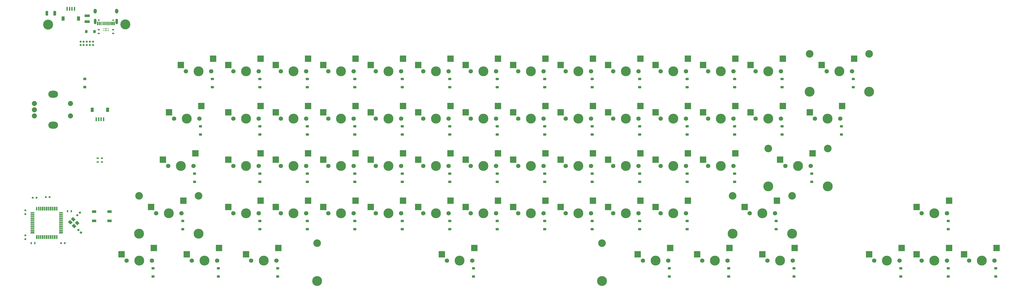
<source format=gbr>
G04 #@! TF.GenerationSoftware,KiCad,Pcbnew,(5.1.9)-1*
G04 #@! TF.CreationDate,2021-04-13T22:09:09-06:00*
G04 #@! TF.ProjectId,64,36342e6b-6963-4616-945f-706362585858,rev?*
G04 #@! TF.SameCoordinates,Original*
G04 #@! TF.FileFunction,Soldermask,Bot*
G04 #@! TF.FilePolarity,Negative*
%FSLAX46Y46*%
G04 Gerber Fmt 4.6, Leading zero omitted, Abs format (unit mm)*
G04 Created by KiCad (PCBNEW (5.1.9)-1) date 2021-04-13 22:09:09*
%MOMM*%
%LPD*%
G01*
G04 APERTURE LIST*
%ADD10C,1.750000*%
%ADD11C,3.987800*%
%ADD12R,2.550000X2.500000*%
%ADD13C,3.048000*%
%ADD14C,0.100000*%
%ADD15O,0.550000X1.500000*%
%ADD16C,2.032000*%
%ADD17O,3.900000X2.799999*%
%ADD18R,0.500000X0.900000*%
%ADD19R,0.250000X0.550000*%
%ADD20R,0.300000X0.550000*%
%ADD21C,0.800000*%
%ADD22R,0.800000X0.750000*%
%ADD23R,2.030000X1.140000*%
%ADD24O,1.100000X2.200000*%
%ADD25O,1.300000X1.900000*%
%ADD26C,0.650000*%
%ADD27C,4.000000*%
%ADD28R,0.900000X0.500000*%
%ADD29R,0.750000X0.800000*%
%ADD30R,1.200000X1.800000*%
%ADD31R,0.600000X1.550000*%
%ADD32R,1.800000X1.100000*%
G04 APERTURE END LIST*
D10*
G04 #@! TO.C,MX_CAPS1*
X166092500Y-214350000D03*
X155932500Y-214350000D03*
D11*
X161012500Y-214350000D03*
D12*
X153892500Y-211810000D03*
X166862500Y-209270000D03*
G04 #@! TD*
G04 #@! TO.C,MX_UP1*
X469281250Y-228320000D03*
X456311250Y-230860000D03*
D10*
X468511250Y-233400000D03*
X458351250Y-233400000D03*
D11*
X463431250Y-233400000D03*
G04 #@! TD*
D12*
G04 #@! TO.C,MX_.1*
X345456250Y-228320000D03*
X332486250Y-230860000D03*
D10*
X344686250Y-233400000D03*
X334526250Y-233400000D03*
D11*
X339606250Y-233400000D03*
G04 #@! TD*
D12*
G04 #@! TO.C,MX_\u002C1*
X326406250Y-228320000D03*
X313436250Y-230860000D03*
D10*
X325636250Y-233400000D03*
X315476250Y-233400000D03*
D11*
X320556250Y-233400000D03*
G04 #@! TD*
D12*
G04 #@! TO.C,MX_#0*
X364506250Y-171170000D03*
X351536250Y-173710000D03*
D10*
X363736250Y-176250000D03*
X353576250Y-176250000D03*
D11*
X358656250Y-176250000D03*
G04 #@! TD*
D12*
G04 #@! TO.C,MX_#1*
X193056250Y-171170000D03*
X180086250Y-173710000D03*
D10*
X192286250Y-176250000D03*
X182126250Y-176250000D03*
D11*
X187206250Y-176250000D03*
G04 #@! TD*
D12*
G04 #@! TO.C,MX_#2*
X212106250Y-171170000D03*
X199136250Y-173710000D03*
D10*
X211336250Y-176250000D03*
X201176250Y-176250000D03*
D11*
X206256250Y-176250000D03*
G04 #@! TD*
D12*
G04 #@! TO.C,MX_#3*
X231156250Y-171170000D03*
X218186250Y-173710000D03*
D10*
X230386250Y-176250000D03*
X220226250Y-176250000D03*
D11*
X225306250Y-176250000D03*
G04 #@! TD*
D12*
G04 #@! TO.C,MX_#4*
X250206250Y-171170000D03*
X237236250Y-173710000D03*
D10*
X249436250Y-176250000D03*
X239276250Y-176250000D03*
D11*
X244356250Y-176250000D03*
G04 #@! TD*
D12*
G04 #@! TO.C,MX_#5*
X269256250Y-171170000D03*
X256286250Y-173710000D03*
D10*
X268486250Y-176250000D03*
X258326250Y-176250000D03*
D11*
X263406250Y-176250000D03*
G04 #@! TD*
D12*
G04 #@! TO.C,MX_#6*
X288306250Y-171170000D03*
X275336250Y-173710000D03*
D10*
X287536250Y-176250000D03*
X277376250Y-176250000D03*
D11*
X282456250Y-176250000D03*
G04 #@! TD*
D12*
G04 #@! TO.C,MX_#7*
X307356250Y-171170000D03*
X294386250Y-173710000D03*
D10*
X306586250Y-176250000D03*
X296426250Y-176250000D03*
D11*
X301506250Y-176250000D03*
G04 #@! TD*
D12*
G04 #@! TO.C,MX_#8*
X326406250Y-171170000D03*
X313436250Y-173710000D03*
D10*
X325636250Y-176250000D03*
X315476250Y-176250000D03*
D11*
X320556250Y-176250000D03*
G04 #@! TD*
D12*
G04 #@! TO.C,MX_#9*
X345456250Y-171170000D03*
X332486250Y-173710000D03*
D10*
X344686250Y-176250000D03*
X334526250Y-176250000D03*
D11*
X339606250Y-176250000D03*
G04 #@! TD*
D12*
G04 #@! TO.C,MX_'1*
X383556250Y-209270000D03*
X370586250Y-211810000D03*
D10*
X382786250Y-214350000D03*
X372626250Y-214350000D03*
D11*
X377706250Y-214350000D03*
G04 #@! TD*
D12*
G04 #@! TO.C,MX_-1*
X383556250Y-171170000D03*
X370586250Y-173710000D03*
D10*
X382786250Y-176250000D03*
X372626250Y-176250000D03*
D11*
X377706250Y-176250000D03*
G04 #@! TD*
D12*
G04 #@! TO.C,MX_/1*
X364506250Y-228320000D03*
X351536250Y-230860000D03*
D10*
X363736250Y-233400000D03*
X353576250Y-233400000D03*
D11*
X358656250Y-233400000D03*
G04 #@! TD*
D12*
G04 #@! TO.C,MX_;1*
X364506250Y-209270000D03*
X351536250Y-211810000D03*
D10*
X363736250Y-214350000D03*
X353576250Y-214350000D03*
D11*
X358656250Y-214350000D03*
G04 #@! TD*
D12*
G04 #@! TO.C,MX_=1*
X402606250Y-171170000D03*
X389636250Y-173710000D03*
D10*
X401836250Y-176250000D03*
X391676250Y-176250000D03*
D11*
X396756250Y-176250000D03*
G04 #@! TD*
D12*
G04 #@! TO.C,MX_[1*
X383556250Y-190220000D03*
X370586250Y-192760000D03*
D10*
X382786250Y-195300000D03*
X372626250Y-195300000D03*
D11*
X377706250Y-195300000D03*
G04 #@! TD*
D12*
G04 #@! TO.C,MX_]1*
X402606250Y-190220000D03*
X389636250Y-192760000D03*
D10*
X401836250Y-195300000D03*
X391676250Y-195300000D03*
D11*
X396756250Y-195300000D03*
G04 #@! TD*
D12*
G04 #@! TO.C,MX_A1*
X193056250Y-209270000D03*
X180086250Y-211810000D03*
D10*
X192286250Y-214350000D03*
X182126250Y-214350000D03*
D11*
X187206250Y-214350000D03*
G04 #@! TD*
D12*
G04 #@! TO.C,MX_B1*
X269256250Y-228320000D03*
X256286250Y-230860000D03*
D10*
X268486250Y-233400000D03*
X258326250Y-233400000D03*
D11*
X263406250Y-233400000D03*
G04 #@! TD*
D12*
G04 #@! TO.C,MX_C1*
X231156250Y-228320000D03*
X218186250Y-230860000D03*
D10*
X230386250Y-233400000D03*
X220226250Y-233400000D03*
D11*
X225306250Y-233400000D03*
G04 #@! TD*
D12*
G04 #@! TO.C,MX_D1*
X231156250Y-209270000D03*
X218186250Y-211810000D03*
D10*
X230386250Y-214350000D03*
X220226250Y-214350000D03*
D11*
X225306250Y-214350000D03*
G04 #@! TD*
D12*
G04 #@! TO.C,MX_DOWN1*
X469281250Y-247370000D03*
X456311250Y-249910000D03*
D10*
X468511250Y-252450000D03*
X458351250Y-252450000D03*
D11*
X463431250Y-252450000D03*
G04 #@! TD*
D12*
G04 #@! TO.C,MX_E1*
X231156250Y-190220000D03*
X218186250Y-192760000D03*
D10*
X230386250Y-195300000D03*
X220226250Y-195300000D03*
D11*
X225306250Y-195300000D03*
G04 #@! TD*
D12*
G04 #@! TO.C,MX_ESC1*
X174006250Y-171170000D03*
X161036250Y-173710000D03*
D10*
X173236250Y-176250000D03*
X163076250Y-176250000D03*
D11*
X168156250Y-176250000D03*
G04 #@! TD*
D12*
G04 #@! TO.C,MX_F1*
X250206250Y-209270000D03*
X237236250Y-211810000D03*
D10*
X249436250Y-214350000D03*
X239276250Y-214350000D03*
D11*
X244356250Y-214350000D03*
G04 #@! TD*
D12*
G04 #@! TO.C,MX_G1*
X269256250Y-209270000D03*
X256286250Y-211810000D03*
D10*
X268486250Y-214350000D03*
X258326250Y-214350000D03*
D11*
X263406250Y-214350000D03*
G04 #@! TD*
D12*
G04 #@! TO.C,MX_H1*
X288306250Y-209270000D03*
X275336250Y-211810000D03*
D10*
X287536250Y-214350000D03*
X277376250Y-214350000D03*
D11*
X282456250Y-214350000D03*
G04 #@! TD*
D12*
G04 #@! TO.C,MX_I1*
X326406250Y-190220000D03*
X313436250Y-192760000D03*
D10*
X325636250Y-195300000D03*
X315476250Y-195300000D03*
D11*
X320556250Y-195300000D03*
G04 #@! TD*
D12*
G04 #@! TO.C,MX_J1*
X307356250Y-209270000D03*
X294386250Y-211810000D03*
D10*
X306586250Y-214350000D03*
X296426250Y-214350000D03*
D11*
X301506250Y-214350000D03*
G04 #@! TD*
D12*
G04 #@! TO.C,MX_K1*
X326406250Y-209270000D03*
X313436250Y-211810000D03*
D10*
X325636250Y-214350000D03*
X315476250Y-214350000D03*
D11*
X320556250Y-214350000D03*
G04 #@! TD*
D12*
G04 #@! TO.C,MX_L1*
X345456250Y-209270000D03*
X332486250Y-211810000D03*
D10*
X344686250Y-214350000D03*
X334526250Y-214350000D03*
D11*
X339606250Y-214350000D03*
G04 #@! TD*
D12*
G04 #@! TO.C,MX_LEFT1*
X450231250Y-247370000D03*
X437261250Y-249910000D03*
D10*
X449461250Y-252450000D03*
X439301250Y-252450000D03*
D11*
X444381250Y-252450000D03*
G04 #@! TD*
D12*
G04 #@! TO.C,MX_M1*
X307356250Y-228320000D03*
X294386250Y-230860000D03*
D10*
X306586250Y-233400000D03*
X296426250Y-233400000D03*
D11*
X301506250Y-233400000D03*
G04 #@! TD*
D12*
G04 #@! TO.C,MX_N1*
X288306250Y-228320000D03*
X275336250Y-230860000D03*
D10*
X287536250Y-233400000D03*
X277376250Y-233400000D03*
D11*
X282456250Y-233400000D03*
G04 #@! TD*
D12*
G04 #@! TO.C,MX_O1*
X345456250Y-190220000D03*
X332486250Y-192760000D03*
D10*
X344686250Y-195300000D03*
X334526250Y-195300000D03*
D11*
X339606250Y-195300000D03*
G04 #@! TD*
D12*
G04 #@! TO.C,MX_P1*
X364506250Y-190220000D03*
X351536250Y-192760000D03*
D10*
X363736250Y-195300000D03*
X353576250Y-195300000D03*
D11*
X358656250Y-195300000D03*
G04 #@! TD*
D12*
G04 #@! TO.C,MX_Q1*
X193056250Y-190220000D03*
X180086250Y-192760000D03*
D10*
X192286250Y-195300000D03*
X182126250Y-195300000D03*
D11*
X187206250Y-195300000D03*
G04 #@! TD*
D12*
G04 #@! TO.C,MX_R1*
X250206250Y-190220000D03*
X237236250Y-192760000D03*
D10*
X249436250Y-195300000D03*
X239276250Y-195300000D03*
D11*
X244356250Y-195300000D03*
G04 #@! TD*
D12*
G04 #@! TO.C,MX_RIGHT1*
X488331250Y-247370000D03*
X475361250Y-249910000D03*
D10*
X487561250Y-252450000D03*
X477401250Y-252450000D03*
D11*
X482481250Y-252450000D03*
G04 #@! TD*
D12*
G04 #@! TO.C,MX_S1*
X212106250Y-209270000D03*
X199136250Y-211810000D03*
D10*
X211336250Y-214350000D03*
X201176250Y-214350000D03*
D11*
X206256250Y-214350000D03*
G04 #@! TD*
D12*
G04 #@! TO.C,MX_T1*
X269256250Y-190220000D03*
X256286250Y-192760000D03*
D10*
X268486250Y-195300000D03*
X258326250Y-195300000D03*
D11*
X263406250Y-195300000D03*
G04 #@! TD*
D12*
G04 #@! TO.C,MX_V1*
X250206250Y-228320000D03*
X237236250Y-230860000D03*
D10*
X249436250Y-233400000D03*
X239276250Y-233400000D03*
D11*
X244356250Y-233400000D03*
G04 #@! TD*
D12*
G04 #@! TO.C,MX_W1*
X212106250Y-190220000D03*
X199136250Y-192760000D03*
D10*
X211336250Y-195300000D03*
X201176250Y-195300000D03*
D11*
X206256250Y-195300000D03*
G04 #@! TD*
D12*
G04 #@! TO.C,MX_X1*
X212106250Y-228320000D03*
X199136250Y-230860000D03*
D10*
X211336250Y-233400000D03*
X201176250Y-233400000D03*
D11*
X206256250Y-233400000D03*
G04 #@! TD*
D12*
G04 #@! TO.C,MX_Y1*
X288306250Y-190220000D03*
X275336250Y-192760000D03*
D10*
X287536250Y-195300000D03*
X277376250Y-195300000D03*
D11*
X282456250Y-195300000D03*
G04 #@! TD*
D12*
G04 #@! TO.C,MX_Z1*
X193056250Y-228320000D03*
X180086250Y-230860000D03*
D10*
X192286250Y-233400000D03*
X182126250Y-233400000D03*
D11*
X187206250Y-233400000D03*
G04 #@! TD*
G04 #@! TO.C,MX_SPACE1*
X272931250Y-252450000D03*
D10*
X278011250Y-252450000D03*
X267851250Y-252450000D03*
D12*
X278781250Y-247370000D03*
X265811250Y-249910000D03*
D11*
X215781250Y-260705000D03*
X330081250Y-260705000D03*
D13*
X215781250Y-245465000D03*
X330081250Y-245465000D03*
G04 #@! TD*
D14*
G04 #@! TO.C,U1*
G36*
X102300000Y-233018750D02*
G01*
X102300000Y-233518750D01*
X100800000Y-233518750D01*
X100800000Y-233018750D01*
X102300000Y-233018750D01*
G37*
G36*
X102300000Y-233793750D02*
G01*
X102300000Y-234343750D01*
X100800000Y-234343750D01*
X100800000Y-233793750D01*
X102300000Y-233793750D01*
G37*
G36*
X102300000Y-234593750D02*
G01*
X102300000Y-235143750D01*
X100800000Y-235143750D01*
X100800000Y-234593750D01*
X102300000Y-234593750D01*
G37*
G36*
X102300000Y-235393750D02*
G01*
X102300000Y-235943750D01*
X100800000Y-235943750D01*
X100800000Y-235393750D01*
X102300000Y-235393750D01*
G37*
G36*
X102300000Y-236193750D02*
G01*
X102300000Y-236743750D01*
X100800000Y-236743750D01*
X100800000Y-236193750D01*
X102300000Y-236193750D01*
G37*
G36*
X102300000Y-236993750D02*
G01*
X102300000Y-237543750D01*
X100800000Y-237543750D01*
X100800000Y-236993750D01*
X102300000Y-236993750D01*
G37*
G36*
X102300000Y-237793750D02*
G01*
X102300000Y-238343750D01*
X100800000Y-238343750D01*
X100800000Y-237793750D01*
X102300000Y-237793750D01*
G37*
G36*
X102300000Y-238593750D02*
G01*
X102300000Y-239143750D01*
X100800000Y-239143750D01*
X100800000Y-238593750D01*
X102300000Y-238593750D01*
G37*
G36*
X102300000Y-239393750D02*
G01*
X102300000Y-239943750D01*
X100800000Y-239943750D01*
X100800000Y-239393750D01*
X102300000Y-239393750D01*
G37*
G36*
X102300000Y-240193750D02*
G01*
X102300000Y-240743750D01*
X100800000Y-240743750D01*
X100800000Y-240193750D01*
X102300000Y-240193750D01*
G37*
G36*
X102300000Y-240993750D02*
G01*
X102300000Y-241543750D01*
X100800000Y-241543750D01*
X100800000Y-240993750D01*
X102300000Y-240993750D01*
G37*
G36*
X102975000Y-242218750D02*
G01*
X103525000Y-242218750D01*
X103525000Y-243718750D01*
X102975000Y-243718750D01*
X102975000Y-242218750D01*
G37*
G36*
X103775000Y-242218750D02*
G01*
X104325000Y-242218750D01*
X104325000Y-243718750D01*
X103775000Y-243718750D01*
X103775000Y-242218750D01*
G37*
G36*
X104575000Y-242218750D02*
G01*
X105125000Y-242218750D01*
X105125000Y-243718750D01*
X104575000Y-243718750D01*
X104575000Y-242218750D01*
G37*
G36*
X105375000Y-242218750D02*
G01*
X105925000Y-242218750D01*
X105925000Y-243718750D01*
X105375000Y-243718750D01*
X105375000Y-242218750D01*
G37*
G36*
X106175000Y-242218750D02*
G01*
X106725000Y-242218750D01*
X106725000Y-243718750D01*
X106175000Y-243718750D01*
X106175000Y-242218750D01*
G37*
G36*
X106975000Y-242218750D02*
G01*
X107525000Y-242218750D01*
X107525000Y-243718750D01*
X106975000Y-243718750D01*
X106975000Y-242218750D01*
G37*
G36*
X107775000Y-242218750D02*
G01*
X108325000Y-242218750D01*
X108325000Y-243718750D01*
X107775000Y-243718750D01*
X107775000Y-242218750D01*
G37*
G36*
X108575000Y-242218750D02*
G01*
X109125000Y-242218750D01*
X109125000Y-243718750D01*
X108575000Y-243718750D01*
X108575000Y-242218750D01*
G37*
G36*
X109375000Y-242218750D02*
G01*
X109925000Y-242218750D01*
X109925000Y-243718750D01*
X109375000Y-243718750D01*
X109375000Y-242218750D01*
G37*
G36*
X110175000Y-242218750D02*
G01*
X110725000Y-242218750D01*
X110725000Y-243718750D01*
X110175000Y-243718750D01*
X110175000Y-242218750D01*
G37*
G36*
X110975000Y-242218750D02*
G01*
X111525000Y-242218750D01*
X111525000Y-243718750D01*
X110975000Y-243718750D01*
X110975000Y-242218750D01*
G37*
G36*
X113700000Y-240993750D02*
G01*
X113700000Y-241543750D01*
X112200000Y-241543750D01*
X112200000Y-240993750D01*
X113700000Y-240993750D01*
G37*
G36*
X113700000Y-240193750D02*
G01*
X113700000Y-240743750D01*
X112200000Y-240743750D01*
X112200000Y-240193750D01*
X113700000Y-240193750D01*
G37*
G36*
X113700000Y-239393750D02*
G01*
X113700000Y-239943750D01*
X112200000Y-239943750D01*
X112200000Y-239393750D01*
X113700000Y-239393750D01*
G37*
G36*
X113700000Y-238593750D02*
G01*
X113700000Y-239143750D01*
X112200000Y-239143750D01*
X112200000Y-238593750D01*
X113700000Y-238593750D01*
G37*
G36*
X113700000Y-237793750D02*
G01*
X113700000Y-238343750D01*
X112200000Y-238343750D01*
X112200000Y-237793750D01*
X113700000Y-237793750D01*
G37*
G36*
X113700000Y-236993750D02*
G01*
X113700000Y-237543750D01*
X112200000Y-237543750D01*
X112200000Y-236993750D01*
X113700000Y-236993750D01*
G37*
G36*
X113700000Y-236193750D02*
G01*
X113700000Y-236743750D01*
X112200000Y-236743750D01*
X112200000Y-236193750D01*
X113700000Y-236193750D01*
G37*
G36*
X113700000Y-235393750D02*
G01*
X113700000Y-235943750D01*
X112200000Y-235943750D01*
X112200000Y-235393750D01*
X113700000Y-235393750D01*
G37*
G36*
X113700000Y-234593750D02*
G01*
X113700000Y-235143750D01*
X112200000Y-235143750D01*
X112200000Y-234593750D01*
X113700000Y-234593750D01*
G37*
G36*
X113700000Y-233793750D02*
G01*
X113700000Y-234343750D01*
X112200000Y-234343750D01*
X112200000Y-233793750D01*
X113700000Y-233793750D01*
G37*
G36*
X113700000Y-232993750D02*
G01*
X113700000Y-233543750D01*
X112200000Y-233543750D01*
X112200000Y-232993750D01*
X113700000Y-232993750D01*
G37*
G36*
X110975000Y-230818750D02*
G01*
X111525000Y-230818750D01*
X111525000Y-232318750D01*
X110975000Y-232318750D01*
X110975000Y-230818750D01*
G37*
G36*
X110175000Y-230818750D02*
G01*
X110725000Y-230818750D01*
X110725000Y-232318750D01*
X110175000Y-232318750D01*
X110175000Y-230818750D01*
G37*
G36*
X109375000Y-230818750D02*
G01*
X109925000Y-230818750D01*
X109925000Y-232318750D01*
X109375000Y-232318750D01*
X109375000Y-230818750D01*
G37*
G36*
X108575000Y-230818750D02*
G01*
X109125000Y-230818750D01*
X109125000Y-232318750D01*
X108575000Y-232318750D01*
X108575000Y-230818750D01*
G37*
G36*
X107775000Y-230818750D02*
G01*
X108325000Y-230818750D01*
X108325000Y-232318750D01*
X107775000Y-232318750D01*
X107775000Y-230818750D01*
G37*
G36*
X106975000Y-230818750D02*
G01*
X107525000Y-230818750D01*
X107525000Y-232318750D01*
X106975000Y-232318750D01*
X106975000Y-230818750D01*
G37*
G36*
X106175000Y-230818750D02*
G01*
X106725000Y-230818750D01*
X106725000Y-232318750D01*
X106175000Y-232318750D01*
X106175000Y-230818750D01*
G37*
G36*
X105375000Y-230818750D02*
G01*
X105925000Y-230818750D01*
X105925000Y-232318750D01*
X105375000Y-232318750D01*
X105375000Y-230818750D01*
G37*
G36*
X104600000Y-230818750D02*
G01*
X105100000Y-230818750D01*
X105100000Y-232318750D01*
X104600000Y-232318750D01*
X104600000Y-230818750D01*
G37*
G36*
X103800000Y-230818750D02*
G01*
X104300000Y-230818750D01*
X104300000Y-232318750D01*
X103800000Y-232318750D01*
X103800000Y-230818750D01*
G37*
D15*
X103250000Y-231568750D03*
G04 #@! TD*
D10*
G04 #@! TO.C,MX_BKSPC1*
X430411250Y-176250000D03*
X420251250Y-176250000D03*
D11*
X425331250Y-176250000D03*
D12*
X418211250Y-173710000D03*
X431181250Y-171170000D03*
D11*
X413393250Y-184505000D03*
X437269250Y-184505000D03*
D13*
X413393250Y-169265000D03*
X437269250Y-169265000D03*
G04 #@! TD*
D11*
G04 #@! TO.C,MX_\u005C1*
X420568750Y-195300000D03*
D12*
X413448750Y-192760000D03*
X426418750Y-190220000D03*
D10*
X415488750Y-195300000D03*
X425648750Y-195300000D03*
G04 #@! TD*
D11*
G04 #@! TO.C,MX_RCTRL1*
X401518750Y-252450000D03*
D12*
X394398750Y-249910000D03*
X407368750Y-247370000D03*
D10*
X396438750Y-252450000D03*
X406598750Y-252450000D03*
G04 #@! TD*
D11*
G04 #@! TO.C,MX_TAB1*
X163393750Y-195300000D03*
D12*
X156273750Y-192760000D03*
X169243750Y-190220000D03*
D10*
X158313750Y-195300000D03*
X168473750Y-195300000D03*
G04 #@! TD*
D11*
G04 #@! TO.C,MX_LCTRL1*
X144343750Y-252450000D03*
D12*
X137223750Y-249910000D03*
X150193750Y-247370000D03*
D10*
X139263750Y-252450000D03*
X149423750Y-252450000D03*
G04 #@! TD*
G04 #@! TO.C,MX_ENTER1*
X413742500Y-214350000D03*
X403582500Y-214350000D03*
D12*
X414512500Y-209270000D03*
X401542500Y-211810000D03*
D11*
X396724500Y-222605000D03*
X420600500Y-222605000D03*
D13*
X396724500Y-207365000D03*
X420600500Y-207365000D03*
D11*
X408662500Y-214350000D03*
G04 #@! TD*
D10*
G04 #@! TO.C,MX_LSHIFT1*
X161330000Y-233400000D03*
X151170000Y-233400000D03*
D12*
X162100000Y-228320000D03*
X149130000Y-230860000D03*
D11*
X144312000Y-241655000D03*
X168188000Y-241655000D03*
D13*
X144312000Y-226415000D03*
X168188000Y-226415000D03*
D11*
X156250000Y-233400000D03*
G04 #@! TD*
D10*
G04 #@! TO.C,MX_RSHIFT1*
X399455000Y-233400000D03*
X389295000Y-233400000D03*
D12*
X400225000Y-228320000D03*
X387255000Y-230860000D03*
D11*
X382437000Y-241655000D03*
X406313000Y-241655000D03*
D13*
X382437000Y-226415000D03*
X406313000Y-226415000D03*
D11*
X394375000Y-233400000D03*
G04 #@! TD*
G04 #@! TO.C,MX_LALT1*
X194350000Y-252450000D03*
D12*
X187230000Y-249910000D03*
X200200000Y-247370000D03*
D10*
X189270000Y-252450000D03*
X199430000Y-252450000D03*
G04 #@! TD*
D11*
G04 #@! TO.C,MX_LCODE1*
X170537500Y-252450000D03*
D12*
X163417500Y-249910000D03*
X176387500Y-247370000D03*
D10*
X165457500Y-252450000D03*
X175617500Y-252450000D03*
G04 #@! TD*
D11*
G04 #@! TO.C,MX_RALT1*
X351512500Y-252450000D03*
D12*
X344392500Y-249910000D03*
X357362500Y-247370000D03*
D10*
X346432500Y-252450000D03*
X356592500Y-252450000D03*
G04 #@! TD*
D11*
G04 #@! TO.C,MX_RCODE1*
X375325000Y-252450000D03*
D12*
X368205000Y-249910000D03*
X381175000Y-247370000D03*
D10*
X370245000Y-252450000D03*
X380405000Y-252450000D03*
G04 #@! TD*
D16*
G04 #@! TO.C,SW2*
X102305500Y-189225000D03*
X102305500Y-194225000D03*
X102305500Y-191725000D03*
X116805500Y-194225000D03*
X116805500Y-189225000D03*
D17*
X109805500Y-197975000D03*
X109805500Y-185475000D03*
G04 #@! TD*
D18*
G04 #@! TO.C,R5*
X117090000Y-232560000D03*
X115590000Y-232560000D03*
G04 #@! TD*
G04 #@! TO.C,U2*
G36*
G01*
X132125000Y-159665000D02*
X132125000Y-159965000D01*
G75*
G02*
X132000000Y-160090000I-125000J0D01*
G01*
X132000000Y-160090000D01*
G75*
G02*
X131875000Y-159965000I0J125000D01*
G01*
X131875000Y-159665000D01*
G75*
G02*
X132000000Y-159540000I125000J0D01*
G01*
X132000000Y-159540000D01*
G75*
G02*
X132125000Y-159665000I0J-125000D01*
G01*
G37*
D19*
X131500000Y-159815000D03*
D20*
X131000000Y-159815000D03*
D19*
X130500000Y-159815000D03*
X130000000Y-159815000D03*
X131500000Y-159045000D03*
X130000000Y-159045000D03*
X130500000Y-159045000D03*
X132000000Y-159045000D03*
D20*
X131000000Y-159045000D03*
G04 #@! TD*
D21*
G04 #@! TO.C,REF\u002A\u002A*
X123310000Y-164370000D03*
X124560000Y-164370000D03*
X125810000Y-164370000D03*
X122060000Y-164370000D03*
X120810000Y-164370000D03*
G04 #@! TD*
G04 #@! TO.C,REF\u002A\u002A*
X120810000Y-165720000D03*
X122060000Y-165720000D03*
X125810000Y-165720000D03*
X124560000Y-165720000D03*
X123310000Y-165720000D03*
G04 #@! TD*
D14*
G04 #@! TO.C,C1*
G36*
X120432322Y-241162652D02*
G01*
X120962652Y-240632322D01*
X121528338Y-241198008D01*
X120998008Y-241728338D01*
X120432322Y-241162652D01*
G37*
G36*
X119371662Y-240101992D02*
G01*
X119901992Y-239571662D01*
X120467678Y-240137348D01*
X119937348Y-240667678D01*
X119371662Y-240101992D01*
G37*
G04 #@! TD*
G04 #@! TO.C,C2*
G36*
X119501992Y-234728338D02*
G01*
X118971662Y-234198008D01*
X119537348Y-233632322D01*
X120067678Y-234162652D01*
X119501992Y-234728338D01*
G37*
G36*
X120562652Y-233667678D02*
G01*
X120032322Y-233137348D01*
X120598008Y-232571662D01*
X121128338Y-233101992D01*
X120562652Y-233667678D01*
G37*
G04 #@! TD*
D22*
G04 #@! TO.C,C3*
X103140000Y-227120000D03*
X101640000Y-227120000D03*
G04 #@! TD*
G04 #@! TO.C,C4*
X114500000Y-245450000D03*
X113000000Y-245450000D03*
G04 #@! TD*
G04 #@! TO.C,C6*
X106860000Y-226880000D03*
X108360000Y-226880000D03*
G04 #@! TD*
G04 #@! TO.C,D1*
G36*
G01*
X122590000Y-160610000D02*
X122590000Y-159910000D01*
G75*
G02*
X122840000Y-159660000I250000J0D01*
G01*
X123340000Y-159660000D01*
G75*
G02*
X123590000Y-159910000I0J-250000D01*
G01*
X123590000Y-160610000D01*
G75*
G02*
X123340000Y-160860000I-250000J0D01*
G01*
X122840000Y-160860000D01*
G75*
G02*
X122590000Y-160610000I0J250000D01*
G01*
G37*
G36*
G01*
X125890000Y-160610000D02*
X125890000Y-159910000D01*
G75*
G02*
X126140000Y-159660000I250000J0D01*
G01*
X126640000Y-159660000D01*
G75*
G02*
X126890000Y-159910000I0J-250000D01*
G01*
X126890000Y-160610000D01*
G75*
G02*
X126640000Y-160860000I-250000J0D01*
G01*
X126140000Y-160860000D01*
G75*
G02*
X125890000Y-160610000I0J250000D01*
G01*
G37*
G04 #@! TD*
D23*
G04 #@! TO.C,F1*
X123440000Y-156310000D03*
X123440000Y-153910000D03*
G04 #@! TD*
G04 #@! TO.C,J1*
G36*
G01*
X133150000Y-157585000D02*
X133150000Y-156435000D01*
G75*
G02*
X133300000Y-156285000I150000J0D01*
G01*
X133600000Y-156285000D01*
G75*
G02*
X133750000Y-156435000I0J-150000D01*
G01*
X133750000Y-157585000D01*
G75*
G02*
X133600000Y-157735000I-150000J0D01*
G01*
X133300000Y-157735000D01*
G75*
G02*
X133150000Y-157585000I0J150000D01*
G01*
G37*
G36*
G01*
X133950000Y-157585000D02*
X133950000Y-156435000D01*
G75*
G02*
X134100000Y-156285000I150000J0D01*
G01*
X134400000Y-156285000D01*
G75*
G02*
X134550000Y-156435000I0J-150000D01*
G01*
X134550000Y-157585000D01*
G75*
G02*
X134400000Y-157735000I-150000J0D01*
G01*
X134100000Y-157735000D01*
G75*
G02*
X133950000Y-157585000I0J150000D01*
G01*
G37*
G36*
G01*
X128250000Y-157585000D02*
X128250000Y-156435000D01*
G75*
G02*
X128400000Y-156285000I150000J0D01*
G01*
X128700000Y-156285000D01*
G75*
G02*
X128850000Y-156435000I0J-150000D01*
G01*
X128850000Y-157585000D01*
G75*
G02*
X128700000Y-157735000I-150000J0D01*
G01*
X128400000Y-157735000D01*
G75*
G02*
X128250000Y-157585000I0J150000D01*
G01*
G37*
D24*
X126700000Y-156235000D03*
G36*
G01*
X131100000Y-157660000D02*
X131100000Y-156360000D01*
G75*
G02*
X131175000Y-156285000I75000J0D01*
G01*
X131325000Y-156285000D01*
G75*
G02*
X131400000Y-156360000I0J-75000D01*
G01*
X131400000Y-157660000D01*
G75*
G02*
X131325000Y-157735000I-75000J0D01*
G01*
X131175000Y-157735000D01*
G75*
G02*
X131100000Y-157660000I0J75000D01*
G01*
G37*
G36*
G01*
X131600000Y-157660000D02*
X131600000Y-156360000D01*
G75*
G02*
X131675000Y-156285000I75000J0D01*
G01*
X131825000Y-156285000D01*
G75*
G02*
X131900000Y-156360000I0J-75000D01*
G01*
X131900000Y-157660000D01*
G75*
G02*
X131825000Y-157735000I-75000J0D01*
G01*
X131675000Y-157735000D01*
G75*
G02*
X131600000Y-157660000I0J75000D01*
G01*
G37*
G36*
G01*
X132100000Y-157660000D02*
X132100000Y-156360000D01*
G75*
G02*
X132175000Y-156285000I75000J0D01*
G01*
X132325000Y-156285000D01*
G75*
G02*
X132400000Y-156360000I0J-75000D01*
G01*
X132400000Y-157660000D01*
G75*
G02*
X132325000Y-157735000I-75000J0D01*
G01*
X132175000Y-157735000D01*
G75*
G02*
X132100000Y-157660000I0J75000D01*
G01*
G37*
G36*
G01*
X132600000Y-157660000D02*
X132600000Y-156360000D01*
G75*
G02*
X132675000Y-156285000I75000J0D01*
G01*
X132825000Y-156285000D01*
G75*
G02*
X132900000Y-156360000I0J-75000D01*
G01*
X132900000Y-157660000D01*
G75*
G02*
X132825000Y-157735000I-75000J0D01*
G01*
X132675000Y-157735000D01*
G75*
G02*
X132600000Y-157660000I0J75000D01*
G01*
G37*
G36*
G01*
X130596000Y-157660000D02*
X130596000Y-156360000D01*
G75*
G02*
X130671000Y-156285000I75000J0D01*
G01*
X130821000Y-156285000D01*
G75*
G02*
X130896000Y-156360000I0J-75000D01*
G01*
X130896000Y-157660000D01*
G75*
G02*
X130821000Y-157735000I-75000J0D01*
G01*
X130671000Y-157735000D01*
G75*
G02*
X130596000Y-157660000I0J75000D01*
G01*
G37*
G36*
G01*
X130100000Y-157660000D02*
X130100000Y-156360000D01*
G75*
G02*
X130175000Y-156285000I75000J0D01*
G01*
X130325000Y-156285000D01*
G75*
G02*
X130400000Y-156360000I0J-75000D01*
G01*
X130400000Y-157660000D01*
G75*
G02*
X130325000Y-157735000I-75000J0D01*
G01*
X130175000Y-157735000D01*
G75*
G02*
X130100000Y-157660000I0J75000D01*
G01*
G37*
G36*
G01*
X129600000Y-157660000D02*
X129600000Y-156360000D01*
G75*
G02*
X129675000Y-156285000I75000J0D01*
G01*
X129825000Y-156285000D01*
G75*
G02*
X129900000Y-156360000I0J-75000D01*
G01*
X129900000Y-157660000D01*
G75*
G02*
X129825000Y-157735000I-75000J0D01*
G01*
X129675000Y-157735000D01*
G75*
G02*
X129600000Y-157660000I0J75000D01*
G01*
G37*
G36*
G01*
X129100000Y-157660000D02*
X129100000Y-156360000D01*
G75*
G02*
X129175000Y-156285000I75000J0D01*
G01*
X129325000Y-156285000D01*
G75*
G02*
X129400000Y-156360000I0J-75000D01*
G01*
X129400000Y-157660000D01*
G75*
G02*
X129325000Y-157735000I-75000J0D01*
G01*
X129175000Y-157735000D01*
G75*
G02*
X129100000Y-157660000I0J75000D01*
G01*
G37*
G36*
G01*
X127450000Y-157585000D02*
X127450000Y-156435000D01*
G75*
G02*
X127600000Y-156285000I150000J0D01*
G01*
X127900000Y-156285000D01*
G75*
G02*
X128050000Y-156435000I0J-150000D01*
G01*
X128050000Y-157585000D01*
G75*
G02*
X127900000Y-157735000I-150000J0D01*
G01*
X127600000Y-157735000D01*
G75*
G02*
X127450000Y-157585000I0J150000D01*
G01*
G37*
D25*
X126700000Y-152035000D03*
D26*
X128110000Y-155684000D03*
X133890000Y-155684000D03*
D25*
X135300000Y-152035000D03*
D24*
X135300000Y-156235000D03*
G04 #@! TD*
D27*
G04 #@! TO.C,MH1*
X138800000Y-157400000D03*
G04 #@! TD*
D28*
G04 #@! TO.C,R1*
X128110000Y-159500000D03*
X128110000Y-161000000D03*
G04 #@! TD*
G04 #@! TO.C,R2*
X133870000Y-159500000D03*
X133870000Y-161000000D03*
G04 #@! TD*
G04 #@! TO.C,R3*
X127731250Y-212745000D03*
X127731250Y-211245000D03*
G04 #@! TD*
G04 #@! TO.C,R4*
X129390000Y-212740000D03*
X129390000Y-211240000D03*
G04 #@! TD*
D18*
G04 #@! TO.C,R6*
X101000000Y-245470000D03*
X102500000Y-245470000D03*
G04 #@! TD*
D14*
G04 #@! TO.C,Y1*
G36*
X119146016Y-238599569D02*
G01*
X118297488Y-239448097D01*
X117307538Y-238458147D01*
X118156066Y-237609619D01*
X119146016Y-238599569D01*
G37*
G36*
X117590381Y-237043934D02*
G01*
X116741853Y-237892462D01*
X115751903Y-236902512D01*
X116600431Y-236053984D01*
X117590381Y-237043934D01*
G37*
G36*
X118792462Y-235841853D02*
G01*
X117943934Y-236690381D01*
X116953984Y-235700431D01*
X117802512Y-234851903D01*
X118792462Y-235841853D01*
G37*
G36*
X120348097Y-237397488D02*
G01*
X119499569Y-238246016D01*
X118509619Y-237256066D01*
X119358147Y-236407538D01*
X120348097Y-237397488D01*
G37*
G04 #@! TD*
G04 #@! TO.C,L1*
G36*
G01*
X110980000Y-152199999D02*
X110980000Y-153600001D01*
G75*
G02*
X110730001Y-153850000I-249999J0D01*
G01*
X110179999Y-153850000D01*
G75*
G02*
X109930000Y-153600001I0J249999D01*
G01*
X109930000Y-152199999D01*
G75*
G02*
X110179999Y-151950000I249999J0D01*
G01*
X110730001Y-151950000D01*
G75*
G02*
X110980000Y-152199999I0J-249999D01*
G01*
G37*
G36*
G01*
X107830000Y-152199999D02*
X107830000Y-153600001D01*
G75*
G02*
X107580001Y-153850000I-249999J0D01*
G01*
X107029999Y-153850000D01*
G75*
G02*
X106780000Y-153600001I0J249999D01*
G01*
X106780000Y-152199999D01*
G75*
G02*
X107029999Y-151950000I249999J0D01*
G01*
X107580001Y-151950000D01*
G75*
G02*
X107830000Y-152199999I0J-249999D01*
G01*
G37*
G04 #@! TD*
D29*
G04 #@! TO.C,C5*
X98650000Y-242310000D03*
X98650000Y-243810000D03*
G04 #@! TD*
D27*
G04 #@! TO.C,MH2*
X107800000Y-157450000D03*
G04 #@! TD*
D30*
G04 #@! TO.C,J2*
X131687500Y-191740000D03*
X125487500Y-191740000D03*
D31*
X130087500Y-195615000D03*
X127087500Y-195615000D03*
X128087500Y-195615000D03*
X129087500Y-195615000D03*
G04 #@! TD*
G04 #@! TO.C,J3*
X116400000Y-151135000D03*
X117400000Y-151135000D03*
X118400000Y-151135000D03*
X115400000Y-151135000D03*
D30*
X120000000Y-155010000D03*
X113800000Y-155010000D03*
G04 #@! TD*
D32*
G04 #@! TO.C,SW1*
X132440000Y-232750000D03*
X126240000Y-236450000D03*
X132440000Y-236450000D03*
X126240000Y-232750000D03*
G04 #@! TD*
D29*
G04 #@! TO.C,C7*
X98650000Y-233750000D03*
X98650000Y-232250000D03*
G04 #@! TD*
G04 #@! TO.C,D8*
G36*
G01*
X173362500Y-182162500D02*
X174062500Y-182162500D01*
G75*
G02*
X174312500Y-182412500I0J-250000D01*
G01*
X174312500Y-182912500D01*
G75*
G02*
X174062500Y-183162500I-250000J0D01*
G01*
X173362500Y-183162500D01*
G75*
G02*
X173112500Y-182912500I0J250000D01*
G01*
X173112500Y-182412500D01*
G75*
G02*
X173362500Y-182162500I250000J0D01*
G01*
G37*
G36*
G01*
X173362500Y-178862500D02*
X174062500Y-178862500D01*
G75*
G02*
X174312500Y-179112500I0J-250000D01*
G01*
X174312500Y-179612500D01*
G75*
G02*
X174062500Y-179862500I-250000J0D01*
G01*
X173362500Y-179862500D01*
G75*
G02*
X173112500Y-179612500I0J250000D01*
G01*
X173112500Y-179112500D01*
G75*
G02*
X173362500Y-178862500I250000J0D01*
G01*
G37*
G04 #@! TD*
G04 #@! TO.C,D9*
G36*
G01*
X192412500Y-178862500D02*
X193112500Y-178862500D01*
G75*
G02*
X193362500Y-179112500I0J-250000D01*
G01*
X193362500Y-179612500D01*
G75*
G02*
X193112500Y-179862500I-250000J0D01*
G01*
X192412500Y-179862500D01*
G75*
G02*
X192162500Y-179612500I0J250000D01*
G01*
X192162500Y-179112500D01*
G75*
G02*
X192412500Y-178862500I250000J0D01*
G01*
G37*
G36*
G01*
X192412500Y-182162500D02*
X193112500Y-182162500D01*
G75*
G02*
X193362500Y-182412500I0J-250000D01*
G01*
X193362500Y-182912500D01*
G75*
G02*
X193112500Y-183162500I-250000J0D01*
G01*
X192412500Y-183162500D01*
G75*
G02*
X192162500Y-182912500I0J250000D01*
G01*
X192162500Y-182412500D01*
G75*
G02*
X192412500Y-182162500I250000J0D01*
G01*
G37*
G04 #@! TD*
G04 #@! TO.C,D10*
G36*
G01*
X211462500Y-182162500D02*
X212162500Y-182162500D01*
G75*
G02*
X212412500Y-182412500I0J-250000D01*
G01*
X212412500Y-182912500D01*
G75*
G02*
X212162500Y-183162500I-250000J0D01*
G01*
X211462500Y-183162500D01*
G75*
G02*
X211212500Y-182912500I0J250000D01*
G01*
X211212500Y-182412500D01*
G75*
G02*
X211462500Y-182162500I250000J0D01*
G01*
G37*
G36*
G01*
X211462500Y-178862500D02*
X212162500Y-178862500D01*
G75*
G02*
X212412500Y-179112500I0J-250000D01*
G01*
X212412500Y-179612500D01*
G75*
G02*
X212162500Y-179862500I-250000J0D01*
G01*
X211462500Y-179862500D01*
G75*
G02*
X211212500Y-179612500I0J250000D01*
G01*
X211212500Y-179112500D01*
G75*
G02*
X211462500Y-178862500I250000J0D01*
G01*
G37*
G04 #@! TD*
G04 #@! TO.C,D11*
G36*
G01*
X230512500Y-178862500D02*
X231212500Y-178862500D01*
G75*
G02*
X231462500Y-179112500I0J-250000D01*
G01*
X231462500Y-179612500D01*
G75*
G02*
X231212500Y-179862500I-250000J0D01*
G01*
X230512500Y-179862500D01*
G75*
G02*
X230262500Y-179612500I0J250000D01*
G01*
X230262500Y-179112500D01*
G75*
G02*
X230512500Y-178862500I250000J0D01*
G01*
G37*
G36*
G01*
X230512500Y-182162500D02*
X231212500Y-182162500D01*
G75*
G02*
X231462500Y-182412500I0J-250000D01*
G01*
X231462500Y-182912500D01*
G75*
G02*
X231212500Y-183162500I-250000J0D01*
G01*
X230512500Y-183162500D01*
G75*
G02*
X230262500Y-182912500I0J250000D01*
G01*
X230262500Y-182412500D01*
G75*
G02*
X230512500Y-182162500I250000J0D01*
G01*
G37*
G04 #@! TD*
G04 #@! TO.C,D12*
G36*
G01*
X249562500Y-182162500D02*
X250262500Y-182162500D01*
G75*
G02*
X250512500Y-182412500I0J-250000D01*
G01*
X250512500Y-182912500D01*
G75*
G02*
X250262500Y-183162500I-250000J0D01*
G01*
X249562500Y-183162500D01*
G75*
G02*
X249312500Y-182912500I0J250000D01*
G01*
X249312500Y-182412500D01*
G75*
G02*
X249562500Y-182162500I250000J0D01*
G01*
G37*
G36*
G01*
X249562500Y-178862500D02*
X250262500Y-178862500D01*
G75*
G02*
X250512500Y-179112500I0J-250000D01*
G01*
X250512500Y-179612500D01*
G75*
G02*
X250262500Y-179862500I-250000J0D01*
G01*
X249562500Y-179862500D01*
G75*
G02*
X249312500Y-179612500I0J250000D01*
G01*
X249312500Y-179112500D01*
G75*
G02*
X249562500Y-178862500I250000J0D01*
G01*
G37*
G04 #@! TD*
G04 #@! TO.C,D13*
G36*
G01*
X268612500Y-182162500D02*
X269312500Y-182162500D01*
G75*
G02*
X269562500Y-182412500I0J-250000D01*
G01*
X269562500Y-182912500D01*
G75*
G02*
X269312500Y-183162500I-250000J0D01*
G01*
X268612500Y-183162500D01*
G75*
G02*
X268362500Y-182912500I0J250000D01*
G01*
X268362500Y-182412500D01*
G75*
G02*
X268612500Y-182162500I250000J0D01*
G01*
G37*
G36*
G01*
X268612500Y-178862500D02*
X269312500Y-178862500D01*
G75*
G02*
X269562500Y-179112500I0J-250000D01*
G01*
X269562500Y-179612500D01*
G75*
G02*
X269312500Y-179862500I-250000J0D01*
G01*
X268612500Y-179862500D01*
G75*
G02*
X268362500Y-179612500I0J250000D01*
G01*
X268362500Y-179112500D01*
G75*
G02*
X268612500Y-178862500I250000J0D01*
G01*
G37*
G04 #@! TD*
G04 #@! TO.C,D14*
G36*
G01*
X287662500Y-178862500D02*
X288362500Y-178862500D01*
G75*
G02*
X288612500Y-179112500I0J-250000D01*
G01*
X288612500Y-179612500D01*
G75*
G02*
X288362500Y-179862500I-250000J0D01*
G01*
X287662500Y-179862500D01*
G75*
G02*
X287412500Y-179612500I0J250000D01*
G01*
X287412500Y-179112500D01*
G75*
G02*
X287662500Y-178862500I250000J0D01*
G01*
G37*
G36*
G01*
X287662500Y-182162500D02*
X288362500Y-182162500D01*
G75*
G02*
X288612500Y-182412500I0J-250000D01*
G01*
X288612500Y-182912500D01*
G75*
G02*
X288362500Y-183162500I-250000J0D01*
G01*
X287662500Y-183162500D01*
G75*
G02*
X287412500Y-182912500I0J250000D01*
G01*
X287412500Y-182412500D01*
G75*
G02*
X287662500Y-182162500I250000J0D01*
G01*
G37*
G04 #@! TD*
G04 #@! TO.C,D15*
G36*
G01*
X306712500Y-178862500D02*
X307412500Y-178862500D01*
G75*
G02*
X307662500Y-179112500I0J-250000D01*
G01*
X307662500Y-179612500D01*
G75*
G02*
X307412500Y-179862500I-250000J0D01*
G01*
X306712500Y-179862500D01*
G75*
G02*
X306462500Y-179612500I0J250000D01*
G01*
X306462500Y-179112500D01*
G75*
G02*
X306712500Y-178862500I250000J0D01*
G01*
G37*
G36*
G01*
X306712500Y-182162500D02*
X307412500Y-182162500D01*
G75*
G02*
X307662500Y-182412500I0J-250000D01*
G01*
X307662500Y-182912500D01*
G75*
G02*
X307412500Y-183162500I-250000J0D01*
G01*
X306712500Y-183162500D01*
G75*
G02*
X306462500Y-182912500I0J250000D01*
G01*
X306462500Y-182412500D01*
G75*
G02*
X306712500Y-182162500I250000J0D01*
G01*
G37*
G04 #@! TD*
G04 #@! TO.C,D16*
G36*
G01*
X325762500Y-182162500D02*
X326462500Y-182162500D01*
G75*
G02*
X326712500Y-182412500I0J-250000D01*
G01*
X326712500Y-182912500D01*
G75*
G02*
X326462500Y-183162500I-250000J0D01*
G01*
X325762500Y-183162500D01*
G75*
G02*
X325512500Y-182912500I0J250000D01*
G01*
X325512500Y-182412500D01*
G75*
G02*
X325762500Y-182162500I250000J0D01*
G01*
G37*
G36*
G01*
X325762500Y-178862500D02*
X326462500Y-178862500D01*
G75*
G02*
X326712500Y-179112500I0J-250000D01*
G01*
X326712500Y-179612500D01*
G75*
G02*
X326462500Y-179862500I-250000J0D01*
G01*
X325762500Y-179862500D01*
G75*
G02*
X325512500Y-179612500I0J250000D01*
G01*
X325512500Y-179112500D01*
G75*
G02*
X325762500Y-178862500I250000J0D01*
G01*
G37*
G04 #@! TD*
G04 #@! TO.C,D17*
G36*
G01*
X344812500Y-178862500D02*
X345512500Y-178862500D01*
G75*
G02*
X345762500Y-179112500I0J-250000D01*
G01*
X345762500Y-179612500D01*
G75*
G02*
X345512500Y-179862500I-250000J0D01*
G01*
X344812500Y-179862500D01*
G75*
G02*
X344562500Y-179612500I0J250000D01*
G01*
X344562500Y-179112500D01*
G75*
G02*
X344812500Y-178862500I250000J0D01*
G01*
G37*
G36*
G01*
X344812500Y-182162500D02*
X345512500Y-182162500D01*
G75*
G02*
X345762500Y-182412500I0J-250000D01*
G01*
X345762500Y-182912500D01*
G75*
G02*
X345512500Y-183162500I-250000J0D01*
G01*
X344812500Y-183162500D01*
G75*
G02*
X344562500Y-182912500I0J250000D01*
G01*
X344562500Y-182412500D01*
G75*
G02*
X344812500Y-182162500I250000J0D01*
G01*
G37*
G04 #@! TD*
G04 #@! TO.C,D18*
G36*
G01*
X363862500Y-182162500D02*
X364562500Y-182162500D01*
G75*
G02*
X364812500Y-182412500I0J-250000D01*
G01*
X364812500Y-182912500D01*
G75*
G02*
X364562500Y-183162500I-250000J0D01*
G01*
X363862500Y-183162500D01*
G75*
G02*
X363612500Y-182912500I0J250000D01*
G01*
X363612500Y-182412500D01*
G75*
G02*
X363862500Y-182162500I250000J0D01*
G01*
G37*
G36*
G01*
X363862500Y-178862500D02*
X364562500Y-178862500D01*
G75*
G02*
X364812500Y-179112500I0J-250000D01*
G01*
X364812500Y-179612500D01*
G75*
G02*
X364562500Y-179862500I-250000J0D01*
G01*
X363862500Y-179862500D01*
G75*
G02*
X363612500Y-179612500I0J250000D01*
G01*
X363612500Y-179112500D01*
G75*
G02*
X363862500Y-178862500I250000J0D01*
G01*
G37*
G04 #@! TD*
G04 #@! TO.C,D19*
G36*
G01*
X382912500Y-178862500D02*
X383612500Y-178862500D01*
G75*
G02*
X383862500Y-179112500I0J-250000D01*
G01*
X383862500Y-179612500D01*
G75*
G02*
X383612500Y-179862500I-250000J0D01*
G01*
X382912500Y-179862500D01*
G75*
G02*
X382662500Y-179612500I0J250000D01*
G01*
X382662500Y-179112500D01*
G75*
G02*
X382912500Y-178862500I250000J0D01*
G01*
G37*
G36*
G01*
X382912500Y-182162500D02*
X383612500Y-182162500D01*
G75*
G02*
X383862500Y-182412500I0J-250000D01*
G01*
X383862500Y-182912500D01*
G75*
G02*
X383612500Y-183162500I-250000J0D01*
G01*
X382912500Y-183162500D01*
G75*
G02*
X382662500Y-182912500I0J250000D01*
G01*
X382662500Y-182412500D01*
G75*
G02*
X382912500Y-182162500I250000J0D01*
G01*
G37*
G04 #@! TD*
G04 #@! TO.C,D20*
G36*
G01*
X401962500Y-178862500D02*
X402662500Y-178862500D01*
G75*
G02*
X402912500Y-179112500I0J-250000D01*
G01*
X402912500Y-179612500D01*
G75*
G02*
X402662500Y-179862500I-250000J0D01*
G01*
X401962500Y-179862500D01*
G75*
G02*
X401712500Y-179612500I0J250000D01*
G01*
X401712500Y-179112500D01*
G75*
G02*
X401962500Y-178862500I250000J0D01*
G01*
G37*
G36*
G01*
X401962500Y-182162500D02*
X402662500Y-182162500D01*
G75*
G02*
X402912500Y-182412500I0J-250000D01*
G01*
X402912500Y-182912500D01*
G75*
G02*
X402662500Y-183162500I-250000J0D01*
G01*
X401962500Y-183162500D01*
G75*
G02*
X401712500Y-182912500I0J250000D01*
G01*
X401712500Y-182412500D01*
G75*
G02*
X401962500Y-182162500I250000J0D01*
G01*
G37*
G04 #@! TD*
G04 #@! TO.C,D21*
G36*
G01*
X430537500Y-182162500D02*
X431237500Y-182162500D01*
G75*
G02*
X431487500Y-182412500I0J-250000D01*
G01*
X431487500Y-182912500D01*
G75*
G02*
X431237500Y-183162500I-250000J0D01*
G01*
X430537500Y-183162500D01*
G75*
G02*
X430287500Y-182912500I0J250000D01*
G01*
X430287500Y-182412500D01*
G75*
G02*
X430537500Y-182162500I250000J0D01*
G01*
G37*
G36*
G01*
X430537500Y-178862500D02*
X431237500Y-178862500D01*
G75*
G02*
X431487500Y-179112500I0J-250000D01*
G01*
X431487500Y-179612500D01*
G75*
G02*
X431237500Y-179862500I-250000J0D01*
G01*
X430537500Y-179862500D01*
G75*
G02*
X430287500Y-179612500I0J250000D01*
G01*
X430287500Y-179112500D01*
G75*
G02*
X430537500Y-178862500I250000J0D01*
G01*
G37*
G04 #@! TD*
G04 #@! TO.C,D25*
G36*
G01*
X168600000Y-201212500D02*
X169300000Y-201212500D01*
G75*
G02*
X169550000Y-201462500I0J-250000D01*
G01*
X169550000Y-201962500D01*
G75*
G02*
X169300000Y-202212500I-250000J0D01*
G01*
X168600000Y-202212500D01*
G75*
G02*
X168350000Y-201962500I0J250000D01*
G01*
X168350000Y-201462500D01*
G75*
G02*
X168600000Y-201212500I250000J0D01*
G01*
G37*
G36*
G01*
X168600000Y-197912500D02*
X169300000Y-197912500D01*
G75*
G02*
X169550000Y-198162500I0J-250000D01*
G01*
X169550000Y-198662500D01*
G75*
G02*
X169300000Y-198912500I-250000J0D01*
G01*
X168600000Y-198912500D01*
G75*
G02*
X168350000Y-198662500I0J250000D01*
G01*
X168350000Y-198162500D01*
G75*
G02*
X168600000Y-197912500I250000J0D01*
G01*
G37*
G04 #@! TD*
G04 #@! TO.C,D26*
G36*
G01*
X192412500Y-197912500D02*
X193112500Y-197912500D01*
G75*
G02*
X193362500Y-198162500I0J-250000D01*
G01*
X193362500Y-198662500D01*
G75*
G02*
X193112500Y-198912500I-250000J0D01*
G01*
X192412500Y-198912500D01*
G75*
G02*
X192162500Y-198662500I0J250000D01*
G01*
X192162500Y-198162500D01*
G75*
G02*
X192412500Y-197912500I250000J0D01*
G01*
G37*
G36*
G01*
X192412500Y-201212500D02*
X193112500Y-201212500D01*
G75*
G02*
X193362500Y-201462500I0J-250000D01*
G01*
X193362500Y-201962500D01*
G75*
G02*
X193112500Y-202212500I-250000J0D01*
G01*
X192412500Y-202212500D01*
G75*
G02*
X192162500Y-201962500I0J250000D01*
G01*
X192162500Y-201462500D01*
G75*
G02*
X192412500Y-201212500I250000J0D01*
G01*
G37*
G04 #@! TD*
G04 #@! TO.C,D27*
G36*
G01*
X211462500Y-197912500D02*
X212162500Y-197912500D01*
G75*
G02*
X212412500Y-198162500I0J-250000D01*
G01*
X212412500Y-198662500D01*
G75*
G02*
X212162500Y-198912500I-250000J0D01*
G01*
X211462500Y-198912500D01*
G75*
G02*
X211212500Y-198662500I0J250000D01*
G01*
X211212500Y-198162500D01*
G75*
G02*
X211462500Y-197912500I250000J0D01*
G01*
G37*
G36*
G01*
X211462500Y-201212500D02*
X212162500Y-201212500D01*
G75*
G02*
X212412500Y-201462500I0J-250000D01*
G01*
X212412500Y-201962500D01*
G75*
G02*
X212162500Y-202212500I-250000J0D01*
G01*
X211462500Y-202212500D01*
G75*
G02*
X211212500Y-201962500I0J250000D01*
G01*
X211212500Y-201462500D01*
G75*
G02*
X211462500Y-201212500I250000J0D01*
G01*
G37*
G04 #@! TD*
G04 #@! TO.C,D28*
G36*
G01*
X230512500Y-197912500D02*
X231212500Y-197912500D01*
G75*
G02*
X231462500Y-198162500I0J-250000D01*
G01*
X231462500Y-198662500D01*
G75*
G02*
X231212500Y-198912500I-250000J0D01*
G01*
X230512500Y-198912500D01*
G75*
G02*
X230262500Y-198662500I0J250000D01*
G01*
X230262500Y-198162500D01*
G75*
G02*
X230512500Y-197912500I250000J0D01*
G01*
G37*
G36*
G01*
X230512500Y-201212500D02*
X231212500Y-201212500D01*
G75*
G02*
X231462500Y-201462500I0J-250000D01*
G01*
X231462500Y-201962500D01*
G75*
G02*
X231212500Y-202212500I-250000J0D01*
G01*
X230512500Y-202212500D01*
G75*
G02*
X230262500Y-201962500I0J250000D01*
G01*
X230262500Y-201462500D01*
G75*
G02*
X230512500Y-201212500I250000J0D01*
G01*
G37*
G04 #@! TD*
G04 #@! TO.C,D29*
G36*
G01*
X249562500Y-201212500D02*
X250262500Y-201212500D01*
G75*
G02*
X250512500Y-201462500I0J-250000D01*
G01*
X250512500Y-201962500D01*
G75*
G02*
X250262500Y-202212500I-250000J0D01*
G01*
X249562500Y-202212500D01*
G75*
G02*
X249312500Y-201962500I0J250000D01*
G01*
X249312500Y-201462500D01*
G75*
G02*
X249562500Y-201212500I250000J0D01*
G01*
G37*
G36*
G01*
X249562500Y-197912500D02*
X250262500Y-197912500D01*
G75*
G02*
X250512500Y-198162500I0J-250000D01*
G01*
X250512500Y-198662500D01*
G75*
G02*
X250262500Y-198912500I-250000J0D01*
G01*
X249562500Y-198912500D01*
G75*
G02*
X249312500Y-198662500I0J250000D01*
G01*
X249312500Y-198162500D01*
G75*
G02*
X249562500Y-197912500I250000J0D01*
G01*
G37*
G04 #@! TD*
G04 #@! TO.C,D30*
G36*
G01*
X268612500Y-201212500D02*
X269312500Y-201212500D01*
G75*
G02*
X269562500Y-201462500I0J-250000D01*
G01*
X269562500Y-201962500D01*
G75*
G02*
X269312500Y-202212500I-250000J0D01*
G01*
X268612500Y-202212500D01*
G75*
G02*
X268362500Y-201962500I0J250000D01*
G01*
X268362500Y-201462500D01*
G75*
G02*
X268612500Y-201212500I250000J0D01*
G01*
G37*
G36*
G01*
X268612500Y-197912500D02*
X269312500Y-197912500D01*
G75*
G02*
X269562500Y-198162500I0J-250000D01*
G01*
X269562500Y-198662500D01*
G75*
G02*
X269312500Y-198912500I-250000J0D01*
G01*
X268612500Y-198912500D01*
G75*
G02*
X268362500Y-198662500I0J250000D01*
G01*
X268362500Y-198162500D01*
G75*
G02*
X268612500Y-197912500I250000J0D01*
G01*
G37*
G04 #@! TD*
G04 #@! TO.C,D31*
G36*
G01*
X287662500Y-197912500D02*
X288362500Y-197912500D01*
G75*
G02*
X288612500Y-198162500I0J-250000D01*
G01*
X288612500Y-198662500D01*
G75*
G02*
X288362500Y-198912500I-250000J0D01*
G01*
X287662500Y-198912500D01*
G75*
G02*
X287412500Y-198662500I0J250000D01*
G01*
X287412500Y-198162500D01*
G75*
G02*
X287662500Y-197912500I250000J0D01*
G01*
G37*
G36*
G01*
X287662500Y-201212500D02*
X288362500Y-201212500D01*
G75*
G02*
X288612500Y-201462500I0J-250000D01*
G01*
X288612500Y-201962500D01*
G75*
G02*
X288362500Y-202212500I-250000J0D01*
G01*
X287662500Y-202212500D01*
G75*
G02*
X287412500Y-201962500I0J250000D01*
G01*
X287412500Y-201462500D01*
G75*
G02*
X287662500Y-201212500I250000J0D01*
G01*
G37*
G04 #@! TD*
G04 #@! TO.C,D32*
G36*
G01*
X306712500Y-201212500D02*
X307412500Y-201212500D01*
G75*
G02*
X307662500Y-201462500I0J-250000D01*
G01*
X307662500Y-201962500D01*
G75*
G02*
X307412500Y-202212500I-250000J0D01*
G01*
X306712500Y-202212500D01*
G75*
G02*
X306462500Y-201962500I0J250000D01*
G01*
X306462500Y-201462500D01*
G75*
G02*
X306712500Y-201212500I250000J0D01*
G01*
G37*
G36*
G01*
X306712500Y-197912500D02*
X307412500Y-197912500D01*
G75*
G02*
X307662500Y-198162500I0J-250000D01*
G01*
X307662500Y-198662500D01*
G75*
G02*
X307412500Y-198912500I-250000J0D01*
G01*
X306712500Y-198912500D01*
G75*
G02*
X306462500Y-198662500I0J250000D01*
G01*
X306462500Y-198162500D01*
G75*
G02*
X306712500Y-197912500I250000J0D01*
G01*
G37*
G04 #@! TD*
G04 #@! TO.C,D33*
G36*
G01*
X325762500Y-201212500D02*
X326462500Y-201212500D01*
G75*
G02*
X326712500Y-201462500I0J-250000D01*
G01*
X326712500Y-201962500D01*
G75*
G02*
X326462500Y-202212500I-250000J0D01*
G01*
X325762500Y-202212500D01*
G75*
G02*
X325512500Y-201962500I0J250000D01*
G01*
X325512500Y-201462500D01*
G75*
G02*
X325762500Y-201212500I250000J0D01*
G01*
G37*
G36*
G01*
X325762500Y-197912500D02*
X326462500Y-197912500D01*
G75*
G02*
X326712500Y-198162500I0J-250000D01*
G01*
X326712500Y-198662500D01*
G75*
G02*
X326462500Y-198912500I-250000J0D01*
G01*
X325762500Y-198912500D01*
G75*
G02*
X325512500Y-198662500I0J250000D01*
G01*
X325512500Y-198162500D01*
G75*
G02*
X325762500Y-197912500I250000J0D01*
G01*
G37*
G04 #@! TD*
G04 #@! TO.C,D34*
G36*
G01*
X344812500Y-197912500D02*
X345512500Y-197912500D01*
G75*
G02*
X345762500Y-198162500I0J-250000D01*
G01*
X345762500Y-198662500D01*
G75*
G02*
X345512500Y-198912500I-250000J0D01*
G01*
X344812500Y-198912500D01*
G75*
G02*
X344562500Y-198662500I0J250000D01*
G01*
X344562500Y-198162500D01*
G75*
G02*
X344812500Y-197912500I250000J0D01*
G01*
G37*
G36*
G01*
X344812500Y-201212500D02*
X345512500Y-201212500D01*
G75*
G02*
X345762500Y-201462500I0J-250000D01*
G01*
X345762500Y-201962500D01*
G75*
G02*
X345512500Y-202212500I-250000J0D01*
G01*
X344812500Y-202212500D01*
G75*
G02*
X344562500Y-201962500I0J250000D01*
G01*
X344562500Y-201462500D01*
G75*
G02*
X344812500Y-201212500I250000J0D01*
G01*
G37*
G04 #@! TD*
G04 #@! TO.C,D35*
G36*
G01*
X363862500Y-201212500D02*
X364562500Y-201212500D01*
G75*
G02*
X364812500Y-201462500I0J-250000D01*
G01*
X364812500Y-201962500D01*
G75*
G02*
X364562500Y-202212500I-250000J0D01*
G01*
X363862500Y-202212500D01*
G75*
G02*
X363612500Y-201962500I0J250000D01*
G01*
X363612500Y-201462500D01*
G75*
G02*
X363862500Y-201212500I250000J0D01*
G01*
G37*
G36*
G01*
X363862500Y-197912500D02*
X364562500Y-197912500D01*
G75*
G02*
X364812500Y-198162500I0J-250000D01*
G01*
X364812500Y-198662500D01*
G75*
G02*
X364562500Y-198912500I-250000J0D01*
G01*
X363862500Y-198912500D01*
G75*
G02*
X363612500Y-198662500I0J250000D01*
G01*
X363612500Y-198162500D01*
G75*
G02*
X363862500Y-197912500I250000J0D01*
G01*
G37*
G04 #@! TD*
G04 #@! TO.C,D36*
G36*
G01*
X382912500Y-201212500D02*
X383612500Y-201212500D01*
G75*
G02*
X383862500Y-201462500I0J-250000D01*
G01*
X383862500Y-201962500D01*
G75*
G02*
X383612500Y-202212500I-250000J0D01*
G01*
X382912500Y-202212500D01*
G75*
G02*
X382662500Y-201962500I0J250000D01*
G01*
X382662500Y-201462500D01*
G75*
G02*
X382912500Y-201212500I250000J0D01*
G01*
G37*
G36*
G01*
X382912500Y-197912500D02*
X383612500Y-197912500D01*
G75*
G02*
X383862500Y-198162500I0J-250000D01*
G01*
X383862500Y-198662500D01*
G75*
G02*
X383612500Y-198912500I-250000J0D01*
G01*
X382912500Y-198912500D01*
G75*
G02*
X382662500Y-198662500I0J250000D01*
G01*
X382662500Y-198162500D01*
G75*
G02*
X382912500Y-197912500I250000J0D01*
G01*
G37*
G04 #@! TD*
G04 #@! TO.C,D37*
G36*
G01*
X401962500Y-197912500D02*
X402662500Y-197912500D01*
G75*
G02*
X402912500Y-198162500I0J-250000D01*
G01*
X402912500Y-198662500D01*
G75*
G02*
X402662500Y-198912500I-250000J0D01*
G01*
X401962500Y-198912500D01*
G75*
G02*
X401712500Y-198662500I0J250000D01*
G01*
X401712500Y-198162500D01*
G75*
G02*
X401962500Y-197912500I250000J0D01*
G01*
G37*
G36*
G01*
X401962500Y-201212500D02*
X402662500Y-201212500D01*
G75*
G02*
X402912500Y-201462500I0J-250000D01*
G01*
X402912500Y-201962500D01*
G75*
G02*
X402662500Y-202212500I-250000J0D01*
G01*
X401962500Y-202212500D01*
G75*
G02*
X401712500Y-201962500I0J250000D01*
G01*
X401712500Y-201462500D01*
G75*
G02*
X401962500Y-201212500I250000J0D01*
G01*
G37*
G04 #@! TD*
G04 #@! TO.C,D38*
G36*
G01*
X425775000Y-201212500D02*
X426475000Y-201212500D01*
G75*
G02*
X426725000Y-201462500I0J-250000D01*
G01*
X426725000Y-201962500D01*
G75*
G02*
X426475000Y-202212500I-250000J0D01*
G01*
X425775000Y-202212500D01*
G75*
G02*
X425525000Y-201962500I0J250000D01*
G01*
X425525000Y-201462500D01*
G75*
G02*
X425775000Y-201212500I250000J0D01*
G01*
G37*
G36*
G01*
X425775000Y-197912500D02*
X426475000Y-197912500D01*
G75*
G02*
X426725000Y-198162500I0J-250000D01*
G01*
X426725000Y-198662500D01*
G75*
G02*
X426475000Y-198912500I-250000J0D01*
G01*
X425775000Y-198912500D01*
G75*
G02*
X425525000Y-198662500I0J250000D01*
G01*
X425525000Y-198162500D01*
G75*
G02*
X425775000Y-197912500I250000J0D01*
G01*
G37*
G04 #@! TD*
G04 #@! TO.C,D42*
G36*
G01*
X166218750Y-220262500D02*
X166918750Y-220262500D01*
G75*
G02*
X167168750Y-220512500I0J-250000D01*
G01*
X167168750Y-221012500D01*
G75*
G02*
X166918750Y-221262500I-250000J0D01*
G01*
X166218750Y-221262500D01*
G75*
G02*
X165968750Y-221012500I0J250000D01*
G01*
X165968750Y-220512500D01*
G75*
G02*
X166218750Y-220262500I250000J0D01*
G01*
G37*
G36*
G01*
X166218750Y-216962500D02*
X166918750Y-216962500D01*
G75*
G02*
X167168750Y-217212500I0J-250000D01*
G01*
X167168750Y-217712500D01*
G75*
G02*
X166918750Y-217962500I-250000J0D01*
G01*
X166218750Y-217962500D01*
G75*
G02*
X165968750Y-217712500I0J250000D01*
G01*
X165968750Y-217212500D01*
G75*
G02*
X166218750Y-216962500I250000J0D01*
G01*
G37*
G04 #@! TD*
G04 #@! TO.C,D43*
G36*
G01*
X192412500Y-216962500D02*
X193112500Y-216962500D01*
G75*
G02*
X193362500Y-217212500I0J-250000D01*
G01*
X193362500Y-217712500D01*
G75*
G02*
X193112500Y-217962500I-250000J0D01*
G01*
X192412500Y-217962500D01*
G75*
G02*
X192162500Y-217712500I0J250000D01*
G01*
X192162500Y-217212500D01*
G75*
G02*
X192412500Y-216962500I250000J0D01*
G01*
G37*
G36*
G01*
X192412500Y-220262500D02*
X193112500Y-220262500D01*
G75*
G02*
X193362500Y-220512500I0J-250000D01*
G01*
X193362500Y-221012500D01*
G75*
G02*
X193112500Y-221262500I-250000J0D01*
G01*
X192412500Y-221262500D01*
G75*
G02*
X192162500Y-221012500I0J250000D01*
G01*
X192162500Y-220512500D01*
G75*
G02*
X192412500Y-220262500I250000J0D01*
G01*
G37*
G04 #@! TD*
G04 #@! TO.C,D44*
G36*
G01*
X211462500Y-220262500D02*
X212162500Y-220262500D01*
G75*
G02*
X212412500Y-220512500I0J-250000D01*
G01*
X212412500Y-221012500D01*
G75*
G02*
X212162500Y-221262500I-250000J0D01*
G01*
X211462500Y-221262500D01*
G75*
G02*
X211212500Y-221012500I0J250000D01*
G01*
X211212500Y-220512500D01*
G75*
G02*
X211462500Y-220262500I250000J0D01*
G01*
G37*
G36*
G01*
X211462500Y-216962500D02*
X212162500Y-216962500D01*
G75*
G02*
X212412500Y-217212500I0J-250000D01*
G01*
X212412500Y-217712500D01*
G75*
G02*
X212162500Y-217962500I-250000J0D01*
G01*
X211462500Y-217962500D01*
G75*
G02*
X211212500Y-217712500I0J250000D01*
G01*
X211212500Y-217212500D01*
G75*
G02*
X211462500Y-216962500I250000J0D01*
G01*
G37*
G04 #@! TD*
G04 #@! TO.C,D45*
G36*
G01*
X230512500Y-216962500D02*
X231212500Y-216962500D01*
G75*
G02*
X231462500Y-217212500I0J-250000D01*
G01*
X231462500Y-217712500D01*
G75*
G02*
X231212500Y-217962500I-250000J0D01*
G01*
X230512500Y-217962500D01*
G75*
G02*
X230262500Y-217712500I0J250000D01*
G01*
X230262500Y-217212500D01*
G75*
G02*
X230512500Y-216962500I250000J0D01*
G01*
G37*
G36*
G01*
X230512500Y-220262500D02*
X231212500Y-220262500D01*
G75*
G02*
X231462500Y-220512500I0J-250000D01*
G01*
X231462500Y-221012500D01*
G75*
G02*
X231212500Y-221262500I-250000J0D01*
G01*
X230512500Y-221262500D01*
G75*
G02*
X230262500Y-221012500I0J250000D01*
G01*
X230262500Y-220512500D01*
G75*
G02*
X230512500Y-220262500I250000J0D01*
G01*
G37*
G04 #@! TD*
G04 #@! TO.C,D46*
G36*
G01*
X249562500Y-220262500D02*
X250262500Y-220262500D01*
G75*
G02*
X250512500Y-220512500I0J-250000D01*
G01*
X250512500Y-221012500D01*
G75*
G02*
X250262500Y-221262500I-250000J0D01*
G01*
X249562500Y-221262500D01*
G75*
G02*
X249312500Y-221012500I0J250000D01*
G01*
X249312500Y-220512500D01*
G75*
G02*
X249562500Y-220262500I250000J0D01*
G01*
G37*
G36*
G01*
X249562500Y-216962500D02*
X250262500Y-216962500D01*
G75*
G02*
X250512500Y-217212500I0J-250000D01*
G01*
X250512500Y-217712500D01*
G75*
G02*
X250262500Y-217962500I-250000J0D01*
G01*
X249562500Y-217962500D01*
G75*
G02*
X249312500Y-217712500I0J250000D01*
G01*
X249312500Y-217212500D01*
G75*
G02*
X249562500Y-216962500I250000J0D01*
G01*
G37*
G04 #@! TD*
G04 #@! TO.C,D47*
G36*
G01*
X268612500Y-216962500D02*
X269312500Y-216962500D01*
G75*
G02*
X269562500Y-217212500I0J-250000D01*
G01*
X269562500Y-217712500D01*
G75*
G02*
X269312500Y-217962500I-250000J0D01*
G01*
X268612500Y-217962500D01*
G75*
G02*
X268362500Y-217712500I0J250000D01*
G01*
X268362500Y-217212500D01*
G75*
G02*
X268612500Y-216962500I250000J0D01*
G01*
G37*
G36*
G01*
X268612500Y-220262500D02*
X269312500Y-220262500D01*
G75*
G02*
X269562500Y-220512500I0J-250000D01*
G01*
X269562500Y-221012500D01*
G75*
G02*
X269312500Y-221262500I-250000J0D01*
G01*
X268612500Y-221262500D01*
G75*
G02*
X268362500Y-221012500I0J250000D01*
G01*
X268362500Y-220512500D01*
G75*
G02*
X268612500Y-220262500I250000J0D01*
G01*
G37*
G04 #@! TD*
G04 #@! TO.C,D48*
G36*
G01*
X287662500Y-220262500D02*
X288362500Y-220262500D01*
G75*
G02*
X288612500Y-220512500I0J-250000D01*
G01*
X288612500Y-221012500D01*
G75*
G02*
X288362500Y-221262500I-250000J0D01*
G01*
X287662500Y-221262500D01*
G75*
G02*
X287412500Y-221012500I0J250000D01*
G01*
X287412500Y-220512500D01*
G75*
G02*
X287662500Y-220262500I250000J0D01*
G01*
G37*
G36*
G01*
X287662500Y-216962500D02*
X288362500Y-216962500D01*
G75*
G02*
X288612500Y-217212500I0J-250000D01*
G01*
X288612500Y-217712500D01*
G75*
G02*
X288362500Y-217962500I-250000J0D01*
G01*
X287662500Y-217962500D01*
G75*
G02*
X287412500Y-217712500I0J250000D01*
G01*
X287412500Y-217212500D01*
G75*
G02*
X287662500Y-216962500I250000J0D01*
G01*
G37*
G04 #@! TD*
G04 #@! TO.C,D49*
G36*
G01*
X306712500Y-216962500D02*
X307412500Y-216962500D01*
G75*
G02*
X307662500Y-217212500I0J-250000D01*
G01*
X307662500Y-217712500D01*
G75*
G02*
X307412500Y-217962500I-250000J0D01*
G01*
X306712500Y-217962500D01*
G75*
G02*
X306462500Y-217712500I0J250000D01*
G01*
X306462500Y-217212500D01*
G75*
G02*
X306712500Y-216962500I250000J0D01*
G01*
G37*
G36*
G01*
X306712500Y-220262500D02*
X307412500Y-220262500D01*
G75*
G02*
X307662500Y-220512500I0J-250000D01*
G01*
X307662500Y-221012500D01*
G75*
G02*
X307412500Y-221262500I-250000J0D01*
G01*
X306712500Y-221262500D01*
G75*
G02*
X306462500Y-221012500I0J250000D01*
G01*
X306462500Y-220512500D01*
G75*
G02*
X306712500Y-220262500I250000J0D01*
G01*
G37*
G04 #@! TD*
G04 #@! TO.C,D50*
G36*
G01*
X325762500Y-220262500D02*
X326462500Y-220262500D01*
G75*
G02*
X326712500Y-220512500I0J-250000D01*
G01*
X326712500Y-221012500D01*
G75*
G02*
X326462500Y-221262500I-250000J0D01*
G01*
X325762500Y-221262500D01*
G75*
G02*
X325512500Y-221012500I0J250000D01*
G01*
X325512500Y-220512500D01*
G75*
G02*
X325762500Y-220262500I250000J0D01*
G01*
G37*
G36*
G01*
X325762500Y-216962500D02*
X326462500Y-216962500D01*
G75*
G02*
X326712500Y-217212500I0J-250000D01*
G01*
X326712500Y-217712500D01*
G75*
G02*
X326462500Y-217962500I-250000J0D01*
G01*
X325762500Y-217962500D01*
G75*
G02*
X325512500Y-217712500I0J250000D01*
G01*
X325512500Y-217212500D01*
G75*
G02*
X325762500Y-216962500I250000J0D01*
G01*
G37*
G04 #@! TD*
G04 #@! TO.C,D51*
G36*
G01*
X344812500Y-216962500D02*
X345512500Y-216962500D01*
G75*
G02*
X345762500Y-217212500I0J-250000D01*
G01*
X345762500Y-217712500D01*
G75*
G02*
X345512500Y-217962500I-250000J0D01*
G01*
X344812500Y-217962500D01*
G75*
G02*
X344562500Y-217712500I0J250000D01*
G01*
X344562500Y-217212500D01*
G75*
G02*
X344812500Y-216962500I250000J0D01*
G01*
G37*
G36*
G01*
X344812500Y-220262500D02*
X345512500Y-220262500D01*
G75*
G02*
X345762500Y-220512500I0J-250000D01*
G01*
X345762500Y-221012500D01*
G75*
G02*
X345512500Y-221262500I-250000J0D01*
G01*
X344812500Y-221262500D01*
G75*
G02*
X344562500Y-221012500I0J250000D01*
G01*
X344562500Y-220512500D01*
G75*
G02*
X344812500Y-220262500I250000J0D01*
G01*
G37*
G04 #@! TD*
G04 #@! TO.C,D52*
G36*
G01*
X363862500Y-216962500D02*
X364562500Y-216962500D01*
G75*
G02*
X364812500Y-217212500I0J-250000D01*
G01*
X364812500Y-217712500D01*
G75*
G02*
X364562500Y-217962500I-250000J0D01*
G01*
X363862500Y-217962500D01*
G75*
G02*
X363612500Y-217712500I0J250000D01*
G01*
X363612500Y-217212500D01*
G75*
G02*
X363862500Y-216962500I250000J0D01*
G01*
G37*
G36*
G01*
X363862500Y-220262500D02*
X364562500Y-220262500D01*
G75*
G02*
X364812500Y-220512500I0J-250000D01*
G01*
X364812500Y-221012500D01*
G75*
G02*
X364562500Y-221262500I-250000J0D01*
G01*
X363862500Y-221262500D01*
G75*
G02*
X363612500Y-221012500I0J250000D01*
G01*
X363612500Y-220512500D01*
G75*
G02*
X363862500Y-220262500I250000J0D01*
G01*
G37*
G04 #@! TD*
G04 #@! TO.C,D53*
G36*
G01*
X382912500Y-216962500D02*
X383612500Y-216962500D01*
G75*
G02*
X383862500Y-217212500I0J-250000D01*
G01*
X383862500Y-217712500D01*
G75*
G02*
X383612500Y-217962500I-250000J0D01*
G01*
X382912500Y-217962500D01*
G75*
G02*
X382662500Y-217712500I0J250000D01*
G01*
X382662500Y-217212500D01*
G75*
G02*
X382912500Y-216962500I250000J0D01*
G01*
G37*
G36*
G01*
X382912500Y-220262500D02*
X383612500Y-220262500D01*
G75*
G02*
X383862500Y-220512500I0J-250000D01*
G01*
X383862500Y-221012500D01*
G75*
G02*
X383612500Y-221262500I-250000J0D01*
G01*
X382912500Y-221262500D01*
G75*
G02*
X382662500Y-221012500I0J250000D01*
G01*
X382662500Y-220512500D01*
G75*
G02*
X382912500Y-220262500I250000J0D01*
G01*
G37*
G04 #@! TD*
G04 #@! TO.C,D54*
G36*
G01*
X413868750Y-216962500D02*
X414568750Y-216962500D01*
G75*
G02*
X414818750Y-217212500I0J-250000D01*
G01*
X414818750Y-217712500D01*
G75*
G02*
X414568750Y-217962500I-250000J0D01*
G01*
X413868750Y-217962500D01*
G75*
G02*
X413618750Y-217712500I0J250000D01*
G01*
X413618750Y-217212500D01*
G75*
G02*
X413868750Y-216962500I250000J0D01*
G01*
G37*
G36*
G01*
X413868750Y-220262500D02*
X414568750Y-220262500D01*
G75*
G02*
X414818750Y-220512500I0J-250000D01*
G01*
X414818750Y-221012500D01*
G75*
G02*
X414568750Y-221262500I-250000J0D01*
G01*
X413868750Y-221262500D01*
G75*
G02*
X413618750Y-221012500I0J250000D01*
G01*
X413618750Y-220512500D01*
G75*
G02*
X413868750Y-220262500I250000J0D01*
G01*
G37*
G04 #@! TD*
G04 #@! TO.C,D56*
G36*
G01*
X468637500Y-239312500D02*
X469337500Y-239312500D01*
G75*
G02*
X469587500Y-239562500I0J-250000D01*
G01*
X469587500Y-240062500D01*
G75*
G02*
X469337500Y-240312500I-250000J0D01*
G01*
X468637500Y-240312500D01*
G75*
G02*
X468387500Y-240062500I0J250000D01*
G01*
X468387500Y-239562500D01*
G75*
G02*
X468637500Y-239312500I250000J0D01*
G01*
G37*
G36*
G01*
X468637500Y-236012500D02*
X469337500Y-236012500D01*
G75*
G02*
X469587500Y-236262500I0J-250000D01*
G01*
X469587500Y-236762500D01*
G75*
G02*
X469337500Y-237012500I-250000J0D01*
G01*
X468637500Y-237012500D01*
G75*
G02*
X468387500Y-236762500I0J250000D01*
G01*
X468387500Y-236262500D01*
G75*
G02*
X468637500Y-236012500I250000J0D01*
G01*
G37*
G04 #@! TD*
G04 #@! TO.C,D58*
G36*
G01*
X161456250Y-236012500D02*
X162156250Y-236012500D01*
G75*
G02*
X162406250Y-236262500I0J-250000D01*
G01*
X162406250Y-236762500D01*
G75*
G02*
X162156250Y-237012500I-250000J0D01*
G01*
X161456250Y-237012500D01*
G75*
G02*
X161206250Y-236762500I0J250000D01*
G01*
X161206250Y-236262500D01*
G75*
G02*
X161456250Y-236012500I250000J0D01*
G01*
G37*
G36*
G01*
X161456250Y-239312500D02*
X162156250Y-239312500D01*
G75*
G02*
X162406250Y-239562500I0J-250000D01*
G01*
X162406250Y-240062500D01*
G75*
G02*
X162156250Y-240312500I-250000J0D01*
G01*
X161456250Y-240312500D01*
G75*
G02*
X161206250Y-240062500I0J250000D01*
G01*
X161206250Y-239562500D01*
G75*
G02*
X161456250Y-239312500I250000J0D01*
G01*
G37*
G04 #@! TD*
G04 #@! TO.C,D59*
G36*
G01*
X192412500Y-236012500D02*
X193112500Y-236012500D01*
G75*
G02*
X193362500Y-236262500I0J-250000D01*
G01*
X193362500Y-236762500D01*
G75*
G02*
X193112500Y-237012500I-250000J0D01*
G01*
X192412500Y-237012500D01*
G75*
G02*
X192162500Y-236762500I0J250000D01*
G01*
X192162500Y-236262500D01*
G75*
G02*
X192412500Y-236012500I250000J0D01*
G01*
G37*
G36*
G01*
X192412500Y-239312500D02*
X193112500Y-239312500D01*
G75*
G02*
X193362500Y-239562500I0J-250000D01*
G01*
X193362500Y-240062500D01*
G75*
G02*
X193112500Y-240312500I-250000J0D01*
G01*
X192412500Y-240312500D01*
G75*
G02*
X192162500Y-240062500I0J250000D01*
G01*
X192162500Y-239562500D01*
G75*
G02*
X192412500Y-239312500I250000J0D01*
G01*
G37*
G04 #@! TD*
G04 #@! TO.C,D60*
G36*
G01*
X211462500Y-236012500D02*
X212162500Y-236012500D01*
G75*
G02*
X212412500Y-236262500I0J-250000D01*
G01*
X212412500Y-236762500D01*
G75*
G02*
X212162500Y-237012500I-250000J0D01*
G01*
X211462500Y-237012500D01*
G75*
G02*
X211212500Y-236762500I0J250000D01*
G01*
X211212500Y-236262500D01*
G75*
G02*
X211462500Y-236012500I250000J0D01*
G01*
G37*
G36*
G01*
X211462500Y-239312500D02*
X212162500Y-239312500D01*
G75*
G02*
X212412500Y-239562500I0J-250000D01*
G01*
X212412500Y-240062500D01*
G75*
G02*
X212162500Y-240312500I-250000J0D01*
G01*
X211462500Y-240312500D01*
G75*
G02*
X211212500Y-240062500I0J250000D01*
G01*
X211212500Y-239562500D01*
G75*
G02*
X211462500Y-239312500I250000J0D01*
G01*
G37*
G04 #@! TD*
G04 #@! TO.C,D61*
G36*
G01*
X230512500Y-239312500D02*
X231212500Y-239312500D01*
G75*
G02*
X231462500Y-239562500I0J-250000D01*
G01*
X231462500Y-240062500D01*
G75*
G02*
X231212500Y-240312500I-250000J0D01*
G01*
X230512500Y-240312500D01*
G75*
G02*
X230262500Y-240062500I0J250000D01*
G01*
X230262500Y-239562500D01*
G75*
G02*
X230512500Y-239312500I250000J0D01*
G01*
G37*
G36*
G01*
X230512500Y-236012500D02*
X231212500Y-236012500D01*
G75*
G02*
X231462500Y-236262500I0J-250000D01*
G01*
X231462500Y-236762500D01*
G75*
G02*
X231212500Y-237012500I-250000J0D01*
G01*
X230512500Y-237012500D01*
G75*
G02*
X230262500Y-236762500I0J250000D01*
G01*
X230262500Y-236262500D01*
G75*
G02*
X230512500Y-236012500I250000J0D01*
G01*
G37*
G04 #@! TD*
G04 #@! TO.C,D62*
G36*
G01*
X249562500Y-239312500D02*
X250262500Y-239312500D01*
G75*
G02*
X250512500Y-239562500I0J-250000D01*
G01*
X250512500Y-240062500D01*
G75*
G02*
X250262500Y-240312500I-250000J0D01*
G01*
X249562500Y-240312500D01*
G75*
G02*
X249312500Y-240062500I0J250000D01*
G01*
X249312500Y-239562500D01*
G75*
G02*
X249562500Y-239312500I250000J0D01*
G01*
G37*
G36*
G01*
X249562500Y-236012500D02*
X250262500Y-236012500D01*
G75*
G02*
X250512500Y-236262500I0J-250000D01*
G01*
X250512500Y-236762500D01*
G75*
G02*
X250262500Y-237012500I-250000J0D01*
G01*
X249562500Y-237012500D01*
G75*
G02*
X249312500Y-236762500I0J250000D01*
G01*
X249312500Y-236262500D01*
G75*
G02*
X249562500Y-236012500I250000J0D01*
G01*
G37*
G04 #@! TD*
G04 #@! TO.C,D63*
G36*
G01*
X268612500Y-236012500D02*
X269312500Y-236012500D01*
G75*
G02*
X269562500Y-236262500I0J-250000D01*
G01*
X269562500Y-236762500D01*
G75*
G02*
X269312500Y-237012500I-250000J0D01*
G01*
X268612500Y-237012500D01*
G75*
G02*
X268362500Y-236762500I0J250000D01*
G01*
X268362500Y-236262500D01*
G75*
G02*
X268612500Y-236012500I250000J0D01*
G01*
G37*
G36*
G01*
X268612500Y-239312500D02*
X269312500Y-239312500D01*
G75*
G02*
X269562500Y-239562500I0J-250000D01*
G01*
X269562500Y-240062500D01*
G75*
G02*
X269312500Y-240312500I-250000J0D01*
G01*
X268612500Y-240312500D01*
G75*
G02*
X268362500Y-240062500I0J250000D01*
G01*
X268362500Y-239562500D01*
G75*
G02*
X268612500Y-239312500I250000J0D01*
G01*
G37*
G04 #@! TD*
G04 #@! TO.C,D64*
G36*
G01*
X287662500Y-239312500D02*
X288362500Y-239312500D01*
G75*
G02*
X288612500Y-239562500I0J-250000D01*
G01*
X288612500Y-240062500D01*
G75*
G02*
X288362500Y-240312500I-250000J0D01*
G01*
X287662500Y-240312500D01*
G75*
G02*
X287412500Y-240062500I0J250000D01*
G01*
X287412500Y-239562500D01*
G75*
G02*
X287662500Y-239312500I250000J0D01*
G01*
G37*
G36*
G01*
X287662500Y-236012500D02*
X288362500Y-236012500D01*
G75*
G02*
X288612500Y-236262500I0J-250000D01*
G01*
X288612500Y-236762500D01*
G75*
G02*
X288362500Y-237012500I-250000J0D01*
G01*
X287662500Y-237012500D01*
G75*
G02*
X287412500Y-236762500I0J250000D01*
G01*
X287412500Y-236262500D01*
G75*
G02*
X287662500Y-236012500I250000J0D01*
G01*
G37*
G04 #@! TD*
G04 #@! TO.C,D65*
G36*
G01*
X306712500Y-236012500D02*
X307412500Y-236012500D01*
G75*
G02*
X307662500Y-236262500I0J-250000D01*
G01*
X307662500Y-236762500D01*
G75*
G02*
X307412500Y-237012500I-250000J0D01*
G01*
X306712500Y-237012500D01*
G75*
G02*
X306462500Y-236762500I0J250000D01*
G01*
X306462500Y-236262500D01*
G75*
G02*
X306712500Y-236012500I250000J0D01*
G01*
G37*
G36*
G01*
X306712500Y-239312500D02*
X307412500Y-239312500D01*
G75*
G02*
X307662500Y-239562500I0J-250000D01*
G01*
X307662500Y-240062500D01*
G75*
G02*
X307412500Y-240312500I-250000J0D01*
G01*
X306712500Y-240312500D01*
G75*
G02*
X306462500Y-240062500I0J250000D01*
G01*
X306462500Y-239562500D01*
G75*
G02*
X306712500Y-239312500I250000J0D01*
G01*
G37*
G04 #@! TD*
G04 #@! TO.C,D66*
G36*
G01*
X325762500Y-239312500D02*
X326462500Y-239312500D01*
G75*
G02*
X326712500Y-239562500I0J-250000D01*
G01*
X326712500Y-240062500D01*
G75*
G02*
X326462500Y-240312500I-250000J0D01*
G01*
X325762500Y-240312500D01*
G75*
G02*
X325512500Y-240062500I0J250000D01*
G01*
X325512500Y-239562500D01*
G75*
G02*
X325762500Y-239312500I250000J0D01*
G01*
G37*
G36*
G01*
X325762500Y-236012500D02*
X326462500Y-236012500D01*
G75*
G02*
X326712500Y-236262500I0J-250000D01*
G01*
X326712500Y-236762500D01*
G75*
G02*
X326462500Y-237012500I-250000J0D01*
G01*
X325762500Y-237012500D01*
G75*
G02*
X325512500Y-236762500I0J250000D01*
G01*
X325512500Y-236262500D01*
G75*
G02*
X325762500Y-236012500I250000J0D01*
G01*
G37*
G04 #@! TD*
G04 #@! TO.C,D67*
G36*
G01*
X344812500Y-236012500D02*
X345512500Y-236012500D01*
G75*
G02*
X345762500Y-236262500I0J-250000D01*
G01*
X345762500Y-236762500D01*
G75*
G02*
X345512500Y-237012500I-250000J0D01*
G01*
X344812500Y-237012500D01*
G75*
G02*
X344562500Y-236762500I0J250000D01*
G01*
X344562500Y-236262500D01*
G75*
G02*
X344812500Y-236012500I250000J0D01*
G01*
G37*
G36*
G01*
X344812500Y-239312500D02*
X345512500Y-239312500D01*
G75*
G02*
X345762500Y-239562500I0J-250000D01*
G01*
X345762500Y-240062500D01*
G75*
G02*
X345512500Y-240312500I-250000J0D01*
G01*
X344812500Y-240312500D01*
G75*
G02*
X344562500Y-240062500I0J250000D01*
G01*
X344562500Y-239562500D01*
G75*
G02*
X344812500Y-239312500I250000J0D01*
G01*
G37*
G04 #@! TD*
G04 #@! TO.C,D68*
G36*
G01*
X363862500Y-239312500D02*
X364562500Y-239312500D01*
G75*
G02*
X364812500Y-239562500I0J-250000D01*
G01*
X364812500Y-240062500D01*
G75*
G02*
X364562500Y-240312500I-250000J0D01*
G01*
X363862500Y-240312500D01*
G75*
G02*
X363612500Y-240062500I0J250000D01*
G01*
X363612500Y-239562500D01*
G75*
G02*
X363862500Y-239312500I250000J0D01*
G01*
G37*
G36*
G01*
X363862500Y-236012500D02*
X364562500Y-236012500D01*
G75*
G02*
X364812500Y-236262500I0J-250000D01*
G01*
X364812500Y-236762500D01*
G75*
G02*
X364562500Y-237012500I-250000J0D01*
G01*
X363862500Y-237012500D01*
G75*
G02*
X363612500Y-236762500I0J250000D01*
G01*
X363612500Y-236262500D01*
G75*
G02*
X363862500Y-236012500I250000J0D01*
G01*
G37*
G04 #@! TD*
G04 #@! TO.C,D69*
G36*
G01*
X399581250Y-239312500D02*
X400281250Y-239312500D01*
G75*
G02*
X400531250Y-239562500I0J-250000D01*
G01*
X400531250Y-240062500D01*
G75*
G02*
X400281250Y-240312500I-250000J0D01*
G01*
X399581250Y-240312500D01*
G75*
G02*
X399331250Y-240062500I0J250000D01*
G01*
X399331250Y-239562500D01*
G75*
G02*
X399581250Y-239312500I250000J0D01*
G01*
G37*
G36*
G01*
X399581250Y-236012500D02*
X400281250Y-236012500D01*
G75*
G02*
X400531250Y-236262500I0J-250000D01*
G01*
X400531250Y-236762500D01*
G75*
G02*
X400281250Y-237012500I-250000J0D01*
G01*
X399581250Y-237012500D01*
G75*
G02*
X399331250Y-236762500I0J250000D01*
G01*
X399331250Y-236262500D01*
G75*
G02*
X399581250Y-236012500I250000J0D01*
G01*
G37*
G04 #@! TD*
G04 #@! TO.C,D70*
G36*
G01*
X449587500Y-255062500D02*
X450287500Y-255062500D01*
G75*
G02*
X450537500Y-255312500I0J-250000D01*
G01*
X450537500Y-255812500D01*
G75*
G02*
X450287500Y-256062500I-250000J0D01*
G01*
X449587500Y-256062500D01*
G75*
G02*
X449337500Y-255812500I0J250000D01*
G01*
X449337500Y-255312500D01*
G75*
G02*
X449587500Y-255062500I250000J0D01*
G01*
G37*
G36*
G01*
X449587500Y-258362500D02*
X450287500Y-258362500D01*
G75*
G02*
X450537500Y-258612500I0J-250000D01*
G01*
X450537500Y-259112500D01*
G75*
G02*
X450287500Y-259362500I-250000J0D01*
G01*
X449587500Y-259362500D01*
G75*
G02*
X449337500Y-259112500I0J250000D01*
G01*
X449337500Y-258612500D01*
G75*
G02*
X449587500Y-258362500I250000J0D01*
G01*
G37*
G04 #@! TD*
G04 #@! TO.C,D71*
G36*
G01*
X468637500Y-258362500D02*
X469337500Y-258362500D01*
G75*
G02*
X469587500Y-258612500I0J-250000D01*
G01*
X469587500Y-259112500D01*
G75*
G02*
X469337500Y-259362500I-250000J0D01*
G01*
X468637500Y-259362500D01*
G75*
G02*
X468387500Y-259112500I0J250000D01*
G01*
X468387500Y-258612500D01*
G75*
G02*
X468637500Y-258362500I250000J0D01*
G01*
G37*
G36*
G01*
X468637500Y-255062500D02*
X469337500Y-255062500D01*
G75*
G02*
X469587500Y-255312500I0J-250000D01*
G01*
X469587500Y-255812500D01*
G75*
G02*
X469337500Y-256062500I-250000J0D01*
G01*
X468637500Y-256062500D01*
G75*
G02*
X468387500Y-255812500I0J250000D01*
G01*
X468387500Y-255312500D01*
G75*
G02*
X468637500Y-255062500I250000J0D01*
G01*
G37*
G04 #@! TD*
G04 #@! TO.C,D72*
G36*
G01*
X487687500Y-258362500D02*
X488387500Y-258362500D01*
G75*
G02*
X488637500Y-258612500I0J-250000D01*
G01*
X488637500Y-259112500D01*
G75*
G02*
X488387500Y-259362500I-250000J0D01*
G01*
X487687500Y-259362500D01*
G75*
G02*
X487437500Y-259112500I0J250000D01*
G01*
X487437500Y-258612500D01*
G75*
G02*
X487687500Y-258362500I250000J0D01*
G01*
G37*
G36*
G01*
X487687500Y-255062500D02*
X488387500Y-255062500D01*
G75*
G02*
X488637500Y-255312500I0J-250000D01*
G01*
X488637500Y-255812500D01*
G75*
G02*
X488387500Y-256062500I-250000J0D01*
G01*
X487687500Y-256062500D01*
G75*
G02*
X487437500Y-255812500I0J250000D01*
G01*
X487437500Y-255312500D01*
G75*
G02*
X487687500Y-255062500I250000J0D01*
G01*
G37*
G04 #@! TD*
G04 #@! TO.C,D73*
G36*
G01*
X149550000Y-258362500D02*
X150250000Y-258362500D01*
G75*
G02*
X150500000Y-258612500I0J-250000D01*
G01*
X150500000Y-259112500D01*
G75*
G02*
X150250000Y-259362500I-250000J0D01*
G01*
X149550000Y-259362500D01*
G75*
G02*
X149300000Y-259112500I0J250000D01*
G01*
X149300000Y-258612500D01*
G75*
G02*
X149550000Y-258362500I250000J0D01*
G01*
G37*
G36*
G01*
X149550000Y-255062500D02*
X150250000Y-255062500D01*
G75*
G02*
X150500000Y-255312500I0J-250000D01*
G01*
X150500000Y-255812500D01*
G75*
G02*
X150250000Y-256062500I-250000J0D01*
G01*
X149550000Y-256062500D01*
G75*
G02*
X149300000Y-255812500I0J250000D01*
G01*
X149300000Y-255312500D01*
G75*
G02*
X149550000Y-255062500I250000J0D01*
G01*
G37*
G04 #@! TD*
G04 #@! TO.C,D74*
G36*
G01*
X175743750Y-258362500D02*
X176443750Y-258362500D01*
G75*
G02*
X176693750Y-258612500I0J-250000D01*
G01*
X176693750Y-259112500D01*
G75*
G02*
X176443750Y-259362500I-250000J0D01*
G01*
X175743750Y-259362500D01*
G75*
G02*
X175493750Y-259112500I0J250000D01*
G01*
X175493750Y-258612500D01*
G75*
G02*
X175743750Y-258362500I250000J0D01*
G01*
G37*
G36*
G01*
X175743750Y-255062500D02*
X176443750Y-255062500D01*
G75*
G02*
X176693750Y-255312500I0J-250000D01*
G01*
X176693750Y-255812500D01*
G75*
G02*
X176443750Y-256062500I-250000J0D01*
G01*
X175743750Y-256062500D01*
G75*
G02*
X175493750Y-255812500I0J250000D01*
G01*
X175493750Y-255312500D01*
G75*
G02*
X175743750Y-255062500I250000J0D01*
G01*
G37*
G04 #@! TD*
G04 #@! TO.C,D75*
G36*
G01*
X199556250Y-255062500D02*
X200256250Y-255062500D01*
G75*
G02*
X200506250Y-255312500I0J-250000D01*
G01*
X200506250Y-255812500D01*
G75*
G02*
X200256250Y-256062500I-250000J0D01*
G01*
X199556250Y-256062500D01*
G75*
G02*
X199306250Y-255812500I0J250000D01*
G01*
X199306250Y-255312500D01*
G75*
G02*
X199556250Y-255062500I250000J0D01*
G01*
G37*
G36*
G01*
X199556250Y-258362500D02*
X200256250Y-258362500D01*
G75*
G02*
X200506250Y-258612500I0J-250000D01*
G01*
X200506250Y-259112500D01*
G75*
G02*
X200256250Y-259362500I-250000J0D01*
G01*
X199556250Y-259362500D01*
G75*
G02*
X199306250Y-259112500I0J250000D01*
G01*
X199306250Y-258612500D01*
G75*
G02*
X199556250Y-258362500I250000J0D01*
G01*
G37*
G04 #@! TD*
G04 #@! TO.C,D76*
G36*
G01*
X278137500Y-258362500D02*
X278837500Y-258362500D01*
G75*
G02*
X279087500Y-258612500I0J-250000D01*
G01*
X279087500Y-259112500D01*
G75*
G02*
X278837500Y-259362500I-250000J0D01*
G01*
X278137500Y-259362500D01*
G75*
G02*
X277887500Y-259112500I0J250000D01*
G01*
X277887500Y-258612500D01*
G75*
G02*
X278137500Y-258362500I250000J0D01*
G01*
G37*
G36*
G01*
X278137500Y-255062500D02*
X278837500Y-255062500D01*
G75*
G02*
X279087500Y-255312500I0J-250000D01*
G01*
X279087500Y-255812500D01*
G75*
G02*
X278837500Y-256062500I-250000J0D01*
G01*
X278137500Y-256062500D01*
G75*
G02*
X277887500Y-255812500I0J250000D01*
G01*
X277887500Y-255312500D01*
G75*
G02*
X278137500Y-255062500I250000J0D01*
G01*
G37*
G04 #@! TD*
G04 #@! TO.C,D77*
G36*
G01*
X356718750Y-255062500D02*
X357418750Y-255062500D01*
G75*
G02*
X357668750Y-255312500I0J-250000D01*
G01*
X357668750Y-255812500D01*
G75*
G02*
X357418750Y-256062500I-250000J0D01*
G01*
X356718750Y-256062500D01*
G75*
G02*
X356468750Y-255812500I0J250000D01*
G01*
X356468750Y-255312500D01*
G75*
G02*
X356718750Y-255062500I250000J0D01*
G01*
G37*
G36*
G01*
X356718750Y-258362500D02*
X357418750Y-258362500D01*
G75*
G02*
X357668750Y-258612500I0J-250000D01*
G01*
X357668750Y-259112500D01*
G75*
G02*
X357418750Y-259362500I-250000J0D01*
G01*
X356718750Y-259362500D01*
G75*
G02*
X356468750Y-259112500I0J250000D01*
G01*
X356468750Y-258612500D01*
G75*
G02*
X356718750Y-258362500I250000J0D01*
G01*
G37*
G04 #@! TD*
G04 #@! TO.C,D78*
G36*
G01*
X380531250Y-255062500D02*
X381231250Y-255062500D01*
G75*
G02*
X381481250Y-255312500I0J-250000D01*
G01*
X381481250Y-255812500D01*
G75*
G02*
X381231250Y-256062500I-250000J0D01*
G01*
X380531250Y-256062500D01*
G75*
G02*
X380281250Y-255812500I0J250000D01*
G01*
X380281250Y-255312500D01*
G75*
G02*
X380531250Y-255062500I250000J0D01*
G01*
G37*
G36*
G01*
X380531250Y-258362500D02*
X381231250Y-258362500D01*
G75*
G02*
X381481250Y-258612500I0J-250000D01*
G01*
X381481250Y-259112500D01*
G75*
G02*
X381231250Y-259362500I-250000J0D01*
G01*
X380531250Y-259362500D01*
G75*
G02*
X380281250Y-259112500I0J250000D01*
G01*
X380281250Y-258612500D01*
G75*
G02*
X380531250Y-258362500I250000J0D01*
G01*
G37*
G04 #@! TD*
G04 #@! TO.C,D79*
G36*
G01*
X406725000Y-258362500D02*
X407425000Y-258362500D01*
G75*
G02*
X407675000Y-258612500I0J-250000D01*
G01*
X407675000Y-259112500D01*
G75*
G02*
X407425000Y-259362500I-250000J0D01*
G01*
X406725000Y-259362500D01*
G75*
G02*
X406475000Y-259112500I0J250000D01*
G01*
X406475000Y-258612500D01*
G75*
G02*
X406725000Y-258362500I250000J0D01*
G01*
G37*
G36*
G01*
X406725000Y-255062500D02*
X407425000Y-255062500D01*
G75*
G02*
X407675000Y-255312500I0J-250000D01*
G01*
X407675000Y-255812500D01*
G75*
G02*
X407425000Y-256062500I-250000J0D01*
G01*
X406725000Y-256062500D01*
G75*
G02*
X406475000Y-255812500I0J250000D01*
G01*
X406475000Y-255312500D01*
G75*
G02*
X406725000Y-255062500I250000J0D01*
G01*
G37*
G04 #@! TD*
G04 #@! TO.C,D80*
G36*
G01*
X122150000Y-178850000D02*
X122850000Y-178850000D01*
G75*
G02*
X123100000Y-179100000I0J-250000D01*
G01*
X123100000Y-179600000D01*
G75*
G02*
X122850000Y-179850000I-250000J0D01*
G01*
X122150000Y-179850000D01*
G75*
G02*
X121900000Y-179600000I0J250000D01*
G01*
X121900000Y-179100000D01*
G75*
G02*
X122150000Y-178850000I250000J0D01*
G01*
G37*
G36*
G01*
X122150000Y-182150000D02*
X122850000Y-182150000D01*
G75*
G02*
X123100000Y-182400000I0J-250000D01*
G01*
X123100000Y-182900000D01*
G75*
G02*
X122850000Y-183150000I-250000J0D01*
G01*
X122150000Y-183150000D01*
G75*
G02*
X121900000Y-182900000I0J250000D01*
G01*
X121900000Y-182400000D01*
G75*
G02*
X122150000Y-182150000I250000J0D01*
G01*
G37*
G04 #@! TD*
D11*
G04 #@! TO.C,MX_U1*
X301506250Y-195300000D03*
D10*
X296426250Y-195300000D03*
X306586250Y-195300000D03*
D12*
X294386250Y-192760000D03*
X307356250Y-190220000D03*
G04 #@! TD*
M02*

</source>
